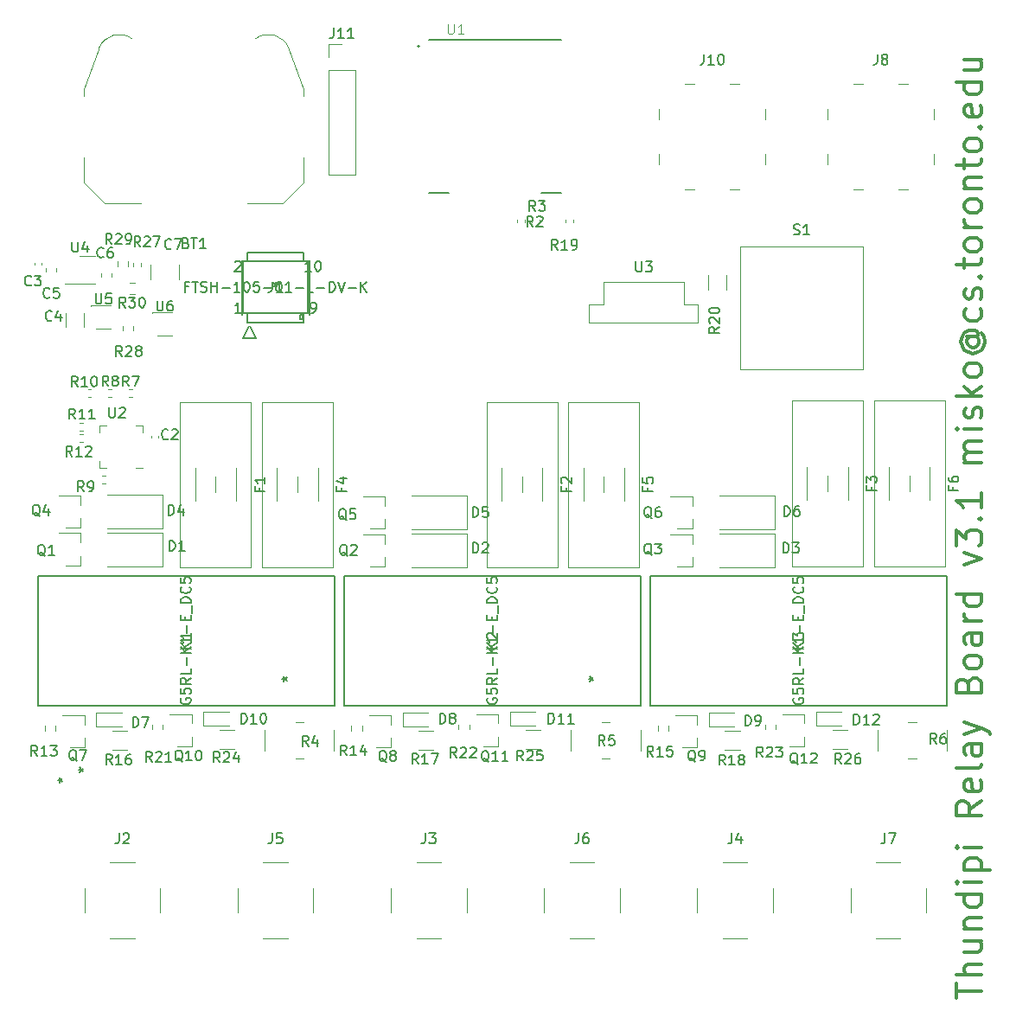
<source format=gbr>
%TF.GenerationSoftware,KiCad,Pcbnew,(5.1.9-0-10_14)*%
%TF.CreationDate,2021-05-26T20:10:19-07:00*%
%TF.ProjectId,tp_radio_board,74705f72-6164-4696-9f5f-626f6172642e,rev?*%
%TF.SameCoordinates,Original*%
%TF.FileFunction,Legend,Top*%
%TF.FilePolarity,Positive*%
%FSLAX46Y46*%
G04 Gerber Fmt 4.6, Leading zero omitted, Abs format (unit mm)*
G04 Created by KiCad (PCBNEW (5.1.9-0-10_14)) date 2021-05-26 20:10:19*
%MOMM*%
%LPD*%
G01*
G04 APERTURE LIST*
%ADD10C,0.300000*%
%ADD11C,0.127000*%
%ADD12C,0.200000*%
%ADD13C,0.120000*%
%ADD14C,0.152400*%
%ADD15C,0.015000*%
%ADD16C,0.150000*%
G04 APERTURE END LIST*
D10*
X114630952Y-188583333D02*
X114630952Y-187154761D01*
X117130952Y-187869047D02*
X114630952Y-187869047D01*
X117130952Y-186321428D02*
X114630952Y-186321428D01*
X117130952Y-185250000D02*
X115821428Y-185250000D01*
X115583333Y-185369047D01*
X115464285Y-185607142D01*
X115464285Y-185964285D01*
X115583333Y-186202380D01*
X115702380Y-186321428D01*
X115464285Y-182988095D02*
X117130952Y-182988095D01*
X115464285Y-184059523D02*
X116773809Y-184059523D01*
X117011904Y-183940476D01*
X117130952Y-183702380D01*
X117130952Y-183345238D01*
X117011904Y-183107142D01*
X116892857Y-182988095D01*
X115464285Y-181797619D02*
X117130952Y-181797619D01*
X115702380Y-181797619D02*
X115583333Y-181678571D01*
X115464285Y-181440476D01*
X115464285Y-181083333D01*
X115583333Y-180845238D01*
X115821428Y-180726190D01*
X117130952Y-180726190D01*
X117130952Y-178464285D02*
X114630952Y-178464285D01*
X117011904Y-178464285D02*
X117130952Y-178702380D01*
X117130952Y-179178571D01*
X117011904Y-179416666D01*
X116892857Y-179535714D01*
X116654761Y-179654761D01*
X115940476Y-179654761D01*
X115702380Y-179535714D01*
X115583333Y-179416666D01*
X115464285Y-179178571D01*
X115464285Y-178702380D01*
X115583333Y-178464285D01*
X117130952Y-177273809D02*
X115464285Y-177273809D01*
X114630952Y-177273809D02*
X114750000Y-177392857D01*
X114869047Y-177273809D01*
X114750000Y-177154761D01*
X114630952Y-177273809D01*
X114869047Y-177273809D01*
X115464285Y-176083333D02*
X117964285Y-176083333D01*
X115583333Y-176083333D02*
X115464285Y-175845238D01*
X115464285Y-175369047D01*
X115583333Y-175130952D01*
X115702380Y-175011904D01*
X115940476Y-174892857D01*
X116654761Y-174892857D01*
X116892857Y-175011904D01*
X117011904Y-175130952D01*
X117130952Y-175369047D01*
X117130952Y-175845238D01*
X117011904Y-176083333D01*
X117130952Y-173821428D02*
X115464285Y-173821428D01*
X114630952Y-173821428D02*
X114750000Y-173940476D01*
X114869047Y-173821428D01*
X114750000Y-173702380D01*
X114630952Y-173821428D01*
X114869047Y-173821428D01*
X117130952Y-169297619D02*
X115940476Y-170130952D01*
X117130952Y-170726190D02*
X114630952Y-170726190D01*
X114630952Y-169773809D01*
X114750000Y-169535714D01*
X114869047Y-169416666D01*
X115107142Y-169297619D01*
X115464285Y-169297619D01*
X115702380Y-169416666D01*
X115821428Y-169535714D01*
X115940476Y-169773809D01*
X115940476Y-170726190D01*
X117011904Y-167273809D02*
X117130952Y-167511904D01*
X117130952Y-167988095D01*
X117011904Y-168226190D01*
X116773809Y-168345238D01*
X115821428Y-168345238D01*
X115583333Y-168226190D01*
X115464285Y-167988095D01*
X115464285Y-167511904D01*
X115583333Y-167273809D01*
X115821428Y-167154761D01*
X116059523Y-167154761D01*
X116297619Y-168345238D01*
X117130952Y-165726190D02*
X117011904Y-165964285D01*
X116773809Y-166083333D01*
X114630952Y-166083333D01*
X117130952Y-163702380D02*
X115821428Y-163702380D01*
X115583333Y-163821428D01*
X115464285Y-164059523D01*
X115464285Y-164535714D01*
X115583333Y-164773809D01*
X117011904Y-163702380D02*
X117130952Y-163940476D01*
X117130952Y-164535714D01*
X117011904Y-164773809D01*
X116773809Y-164892857D01*
X116535714Y-164892857D01*
X116297619Y-164773809D01*
X116178571Y-164535714D01*
X116178571Y-163940476D01*
X116059523Y-163702380D01*
X115464285Y-162750000D02*
X117130952Y-162154761D01*
X115464285Y-161559523D02*
X117130952Y-162154761D01*
X117726190Y-162392857D01*
X117845238Y-162511904D01*
X117964285Y-162750000D01*
X115821428Y-157869047D02*
X115940476Y-157511904D01*
X116059523Y-157392857D01*
X116297619Y-157273809D01*
X116654761Y-157273809D01*
X116892857Y-157392857D01*
X117011904Y-157511904D01*
X117130952Y-157750000D01*
X117130952Y-158702380D01*
X114630952Y-158702380D01*
X114630952Y-157869047D01*
X114750000Y-157630952D01*
X114869047Y-157511904D01*
X115107142Y-157392857D01*
X115345238Y-157392857D01*
X115583333Y-157511904D01*
X115702380Y-157630952D01*
X115821428Y-157869047D01*
X115821428Y-158702380D01*
X117130952Y-155845238D02*
X117011904Y-156083333D01*
X116892857Y-156202380D01*
X116654761Y-156321428D01*
X115940476Y-156321428D01*
X115702380Y-156202380D01*
X115583333Y-156083333D01*
X115464285Y-155845238D01*
X115464285Y-155488095D01*
X115583333Y-155250000D01*
X115702380Y-155130952D01*
X115940476Y-155011904D01*
X116654761Y-155011904D01*
X116892857Y-155130952D01*
X117011904Y-155250000D01*
X117130952Y-155488095D01*
X117130952Y-155845238D01*
X117130952Y-152869047D02*
X115821428Y-152869047D01*
X115583333Y-152988095D01*
X115464285Y-153226190D01*
X115464285Y-153702380D01*
X115583333Y-153940476D01*
X117011904Y-152869047D02*
X117130952Y-153107142D01*
X117130952Y-153702380D01*
X117011904Y-153940476D01*
X116773809Y-154059523D01*
X116535714Y-154059523D01*
X116297619Y-153940476D01*
X116178571Y-153702380D01*
X116178571Y-153107142D01*
X116059523Y-152869047D01*
X117130952Y-151678571D02*
X115464285Y-151678571D01*
X115940476Y-151678571D02*
X115702380Y-151559523D01*
X115583333Y-151440476D01*
X115464285Y-151202380D01*
X115464285Y-150964285D01*
X117130952Y-149059523D02*
X114630952Y-149059523D01*
X117011904Y-149059523D02*
X117130952Y-149297619D01*
X117130952Y-149773809D01*
X117011904Y-150011904D01*
X116892857Y-150130952D01*
X116654761Y-150250000D01*
X115940476Y-150250000D01*
X115702380Y-150130952D01*
X115583333Y-150011904D01*
X115464285Y-149773809D01*
X115464285Y-149297619D01*
X115583333Y-149059523D01*
X115464285Y-146202380D02*
X117130952Y-145607142D01*
X115464285Y-145011904D01*
X114630952Y-144297619D02*
X114630952Y-142750000D01*
X115583333Y-143583333D01*
X115583333Y-143226190D01*
X115702380Y-142988095D01*
X115821428Y-142869047D01*
X116059523Y-142750000D01*
X116654761Y-142750000D01*
X116892857Y-142869047D01*
X117011904Y-142988095D01*
X117130952Y-143226190D01*
X117130952Y-143940476D01*
X117011904Y-144178571D01*
X116892857Y-144297619D01*
X116892857Y-141678571D02*
X117011904Y-141559523D01*
X117130952Y-141678571D01*
X117011904Y-141797619D01*
X116892857Y-141678571D01*
X117130952Y-141678571D01*
X117130952Y-139178571D02*
X117130952Y-140607142D01*
X117130952Y-139892857D02*
X114630952Y-139892857D01*
X114988095Y-140130952D01*
X115226190Y-140369047D01*
X115345238Y-140607142D01*
X117130952Y-136202380D02*
X115464285Y-136202380D01*
X115702380Y-136202380D02*
X115583333Y-136083333D01*
X115464285Y-135845238D01*
X115464285Y-135488095D01*
X115583333Y-135250000D01*
X115821428Y-135130952D01*
X117130952Y-135130952D01*
X115821428Y-135130952D02*
X115583333Y-135011904D01*
X115464285Y-134773809D01*
X115464285Y-134416666D01*
X115583333Y-134178571D01*
X115821428Y-134059523D01*
X117130952Y-134059523D01*
X117130952Y-132869047D02*
X115464285Y-132869047D01*
X114630952Y-132869047D02*
X114750000Y-132988095D01*
X114869047Y-132869047D01*
X114750000Y-132750000D01*
X114630952Y-132869047D01*
X114869047Y-132869047D01*
X117011904Y-131797619D02*
X117130952Y-131559523D01*
X117130952Y-131083333D01*
X117011904Y-130845238D01*
X116773809Y-130726190D01*
X116654761Y-130726190D01*
X116416666Y-130845238D01*
X116297619Y-131083333D01*
X116297619Y-131440476D01*
X116178571Y-131678571D01*
X115940476Y-131797619D01*
X115821428Y-131797619D01*
X115583333Y-131678571D01*
X115464285Y-131440476D01*
X115464285Y-131083333D01*
X115583333Y-130845238D01*
X117130952Y-129654761D02*
X114630952Y-129654761D01*
X116178571Y-129416666D02*
X117130952Y-128702380D01*
X115464285Y-128702380D02*
X116416666Y-129654761D01*
X117130952Y-127273809D02*
X117011904Y-127511904D01*
X116892857Y-127630952D01*
X116654761Y-127750000D01*
X115940476Y-127750000D01*
X115702380Y-127630952D01*
X115583333Y-127511904D01*
X115464285Y-127273809D01*
X115464285Y-126916666D01*
X115583333Y-126678571D01*
X115702380Y-126559523D01*
X115940476Y-126440476D01*
X116654761Y-126440476D01*
X116892857Y-126559523D01*
X117011904Y-126678571D01*
X117130952Y-126916666D01*
X117130952Y-127273809D01*
X115940476Y-123821428D02*
X115821428Y-123940476D01*
X115702380Y-124178571D01*
X115702380Y-124416666D01*
X115821428Y-124654761D01*
X115940476Y-124773809D01*
X116178571Y-124892857D01*
X116416666Y-124892857D01*
X116654761Y-124773809D01*
X116773809Y-124654761D01*
X116892857Y-124416666D01*
X116892857Y-124178571D01*
X116773809Y-123940476D01*
X116654761Y-123821428D01*
X115702380Y-123821428D02*
X116654761Y-123821428D01*
X116773809Y-123702380D01*
X116773809Y-123583333D01*
X116654761Y-123345238D01*
X116416666Y-123226190D01*
X115821428Y-123226190D01*
X115464285Y-123464285D01*
X115226190Y-123821428D01*
X115107142Y-124297619D01*
X115226190Y-124773809D01*
X115464285Y-125130952D01*
X115821428Y-125369047D01*
X116297619Y-125488095D01*
X116773809Y-125369047D01*
X117130952Y-125130952D01*
X117369047Y-124773809D01*
X117488095Y-124297619D01*
X117369047Y-123821428D01*
X117130952Y-123464285D01*
X117011904Y-121083333D02*
X117130952Y-121321428D01*
X117130952Y-121797619D01*
X117011904Y-122035714D01*
X116892857Y-122154761D01*
X116654761Y-122273809D01*
X115940476Y-122273809D01*
X115702380Y-122154761D01*
X115583333Y-122035714D01*
X115464285Y-121797619D01*
X115464285Y-121321428D01*
X115583333Y-121083333D01*
X117011904Y-120130952D02*
X117130952Y-119892857D01*
X117130952Y-119416666D01*
X117011904Y-119178571D01*
X116773809Y-119059523D01*
X116654761Y-119059523D01*
X116416666Y-119178571D01*
X116297619Y-119416666D01*
X116297619Y-119773809D01*
X116178571Y-120011904D01*
X115940476Y-120130952D01*
X115821428Y-120130952D01*
X115583333Y-120011904D01*
X115464285Y-119773809D01*
X115464285Y-119416666D01*
X115583333Y-119178571D01*
X116892857Y-117988095D02*
X117011904Y-117869047D01*
X117130952Y-117988095D01*
X117011904Y-118107142D01*
X116892857Y-117988095D01*
X117130952Y-117988095D01*
X115464285Y-117154761D02*
X115464285Y-116202380D01*
X114630952Y-116797619D02*
X116773809Y-116797619D01*
X117011904Y-116678571D01*
X117130952Y-116440476D01*
X117130952Y-116202380D01*
X117130952Y-115011904D02*
X117011904Y-115250000D01*
X116892857Y-115369047D01*
X116654761Y-115488095D01*
X115940476Y-115488095D01*
X115702380Y-115369047D01*
X115583333Y-115250000D01*
X115464285Y-115011904D01*
X115464285Y-114654761D01*
X115583333Y-114416666D01*
X115702380Y-114297619D01*
X115940476Y-114178571D01*
X116654761Y-114178571D01*
X116892857Y-114297619D01*
X117011904Y-114416666D01*
X117130952Y-114654761D01*
X117130952Y-115011904D01*
X117130952Y-113107142D02*
X115464285Y-113107142D01*
X115940476Y-113107142D02*
X115702380Y-112988095D01*
X115583333Y-112869047D01*
X115464285Y-112630952D01*
X115464285Y-112392857D01*
X117130952Y-111202380D02*
X117011904Y-111440476D01*
X116892857Y-111559523D01*
X116654761Y-111678571D01*
X115940476Y-111678571D01*
X115702380Y-111559523D01*
X115583333Y-111440476D01*
X115464285Y-111202380D01*
X115464285Y-110845238D01*
X115583333Y-110607142D01*
X115702380Y-110488095D01*
X115940476Y-110369047D01*
X116654761Y-110369047D01*
X116892857Y-110488095D01*
X117011904Y-110607142D01*
X117130952Y-110845238D01*
X117130952Y-111202380D01*
X115464285Y-109297619D02*
X117130952Y-109297619D01*
X115702380Y-109297619D02*
X115583333Y-109178571D01*
X115464285Y-108940476D01*
X115464285Y-108583333D01*
X115583333Y-108345238D01*
X115821428Y-108226190D01*
X117130952Y-108226190D01*
X115464285Y-107392857D02*
X115464285Y-106440476D01*
X114630952Y-107035714D02*
X116773809Y-107035714D01*
X117011904Y-106916666D01*
X117130952Y-106678571D01*
X117130952Y-106440476D01*
X117130952Y-105250000D02*
X117011904Y-105488095D01*
X116892857Y-105607142D01*
X116654761Y-105726190D01*
X115940476Y-105726190D01*
X115702380Y-105607142D01*
X115583333Y-105488095D01*
X115464285Y-105250000D01*
X115464285Y-104892857D01*
X115583333Y-104654761D01*
X115702380Y-104535714D01*
X115940476Y-104416666D01*
X116654761Y-104416666D01*
X116892857Y-104535714D01*
X117011904Y-104654761D01*
X117130952Y-104892857D01*
X117130952Y-105250000D01*
X116892857Y-103345238D02*
X117011904Y-103226190D01*
X117130952Y-103345238D01*
X117011904Y-103464285D01*
X116892857Y-103345238D01*
X117130952Y-103345238D01*
X117011904Y-101202380D02*
X117130952Y-101440476D01*
X117130952Y-101916666D01*
X117011904Y-102154761D01*
X116773809Y-102273809D01*
X115821428Y-102273809D01*
X115583333Y-102154761D01*
X115464285Y-101916666D01*
X115464285Y-101440476D01*
X115583333Y-101202380D01*
X115821428Y-101083333D01*
X116059523Y-101083333D01*
X116297619Y-102273809D01*
X117130952Y-98940476D02*
X114630952Y-98940476D01*
X117011904Y-98940476D02*
X117130952Y-99178571D01*
X117130952Y-99654761D01*
X117011904Y-99892857D01*
X116892857Y-100011904D01*
X116654761Y-100130952D01*
X115940476Y-100130952D01*
X115702380Y-100011904D01*
X115583333Y-99892857D01*
X115464285Y-99654761D01*
X115464285Y-99178571D01*
X115583333Y-98940476D01*
X115464285Y-96678571D02*
X117130952Y-96678571D01*
X115464285Y-97750000D02*
X116773809Y-97750000D01*
X117011904Y-97630952D01*
X117130952Y-97392857D01*
X117130952Y-97035714D01*
X117011904Y-96797619D01*
X116892857Y-96678571D01*
D11*
%TO.C,U1*%
X63050000Y-94750000D02*
X75950000Y-94750000D01*
D12*
X62100000Y-95400000D02*
G75*
G03*
X62100000Y-95400000I-100000J0D01*
G01*
D11*
X63050000Y-109750000D02*
X65000000Y-109750000D01*
X75950000Y-109750000D02*
X74000000Y-109750000D01*
D13*
%TO.C,J11*%
X53170000Y-107990000D02*
X55830000Y-107990000D01*
X53170000Y-97770000D02*
X53170000Y-107990000D01*
X55830000Y-97770000D02*
X55830000Y-107990000D01*
X53170000Y-97770000D02*
X55830000Y-97770000D01*
X53170000Y-96500000D02*
X53170000Y-95170000D01*
X53170000Y-95170000D02*
X54500000Y-95170000D01*
D14*
%TO.C,J1*%
X51175000Y-121540000D02*
X44825000Y-121540000D01*
X51175000Y-116460000D02*
X51175000Y-121540000D01*
X44825000Y-116460000D02*
X51175000Y-116460000D01*
X44825000Y-121540000D02*
X44825000Y-116460000D01*
X45256800Y-121540000D02*
X44825000Y-121540000D01*
X45256800Y-122429000D02*
X45256800Y-121540000D01*
X50743200Y-122429000D02*
X45256800Y-122429000D01*
X50743200Y-121540000D02*
X50743200Y-122429000D01*
X51175000Y-121540000D02*
X50743200Y-121540000D01*
X50743200Y-116460000D02*
X51175000Y-116460000D01*
X50743200Y-115571000D02*
X50743200Y-116460000D01*
X45256800Y-115571000D02*
X50743200Y-115571000D01*
X45256800Y-116460000D02*
X45256800Y-115571000D01*
X44825000Y-116460000D02*
X45256800Y-116460000D01*
X50667000Y-121730500D02*
X50413000Y-121730500D01*
X50667000Y-122111500D02*
X50667000Y-121730500D01*
X50413000Y-122111500D02*
X50667000Y-122111500D01*
X50413000Y-121730500D02*
X50413000Y-122111500D01*
X44698000Y-116333000D02*
X44698000Y-121667000D01*
X51302000Y-121667000D02*
X51302000Y-116333000D01*
X44825000Y-123955540D02*
X45421900Y-122761740D01*
X46095000Y-123955540D02*
X44825000Y-123955540D01*
X45498100Y-122761740D02*
X46095000Y-123955540D01*
%TO.C,K2*%
X83767001Y-159977000D02*
X83767001Y-147223000D01*
X83767001Y-147223000D02*
X54713007Y-147223000D01*
X54713007Y-147223000D02*
X54713007Y-159977000D01*
X54713007Y-159977000D02*
X83767001Y-159977000D01*
%TO.C,K3*%
X84713007Y-159977000D02*
X113767001Y-159977000D01*
X84713007Y-147223000D02*
X84713007Y-159977000D01*
X113767001Y-147223000D02*
X84713007Y-147223000D01*
X113767001Y-159977000D02*
X113767001Y-147223000D01*
%TO.C,K1*%
X24713007Y-159977000D02*
X53767001Y-159977000D01*
X24713007Y-147223000D02*
X24713007Y-159977000D01*
X53767001Y-147223000D02*
X24713007Y-147223000D01*
X53767001Y-159977000D02*
X53767001Y-147223000D01*
D13*
%TO.C,D12*%
X103440000Y-160565000D02*
X100955000Y-160565000D01*
X100955000Y-160565000D02*
X100955000Y-161935000D01*
X100955000Y-161935000D02*
X103440000Y-161935000D01*
%TO.C,D11*%
X73440000Y-160565000D02*
X70955000Y-160565000D01*
X70955000Y-160565000D02*
X70955000Y-161935000D01*
X70955000Y-161935000D02*
X73440000Y-161935000D01*
%TO.C,D10*%
X43440000Y-160565000D02*
X40955000Y-160565000D01*
X40955000Y-160565000D02*
X40955000Y-161935000D01*
X40955000Y-161935000D02*
X43440000Y-161935000D01*
%TO.C,R24*%
X43967064Y-164160000D02*
X42512936Y-164160000D01*
X43967064Y-162340000D02*
X42512936Y-162340000D01*
%TO.C,R26*%
X103967064Y-164160000D02*
X102512936Y-164160000D01*
X103967064Y-162340000D02*
X102512936Y-162340000D01*
%TO.C,R25*%
X73967064Y-164160000D02*
X72512936Y-164160000D01*
X73967064Y-162340000D02*
X72512936Y-162340000D01*
%TO.C,R21*%
X35917500Y-162287258D02*
X35917500Y-161812742D01*
X36962500Y-162287258D02*
X36962500Y-161812742D01*
%TO.C,R23*%
X95917500Y-162287258D02*
X95917500Y-161812742D01*
X96962500Y-162287258D02*
X96962500Y-161812742D01*
%TO.C,R22*%
X65917500Y-162287258D02*
X65917500Y-161812742D01*
X66962500Y-162287258D02*
X66962500Y-161812742D01*
%TO.C,R16*%
X33467064Y-164260000D02*
X32012936Y-164260000D01*
X33467064Y-162440000D02*
X32012936Y-162440000D01*
%TO.C,R18*%
X93467064Y-164260000D02*
X92012936Y-164260000D01*
X93467064Y-162440000D02*
X92012936Y-162440000D01*
%TO.C,R17*%
X63467064Y-164260000D02*
X62012936Y-164260000D01*
X63467064Y-162440000D02*
X62012936Y-162440000D01*
%TO.C,R13*%
X25417500Y-162387258D02*
X25417500Y-161912742D01*
X26462500Y-162387258D02*
X26462500Y-161912742D01*
%TO.C,R15*%
X85417500Y-162387258D02*
X85417500Y-161912742D01*
X86462500Y-162387258D02*
X86462500Y-161912742D01*
%TO.C,R14*%
X55417500Y-162387258D02*
X55417500Y-161912742D01*
X56462500Y-162387258D02*
X56462500Y-161912742D01*
%TO.C,Q10*%
X39800000Y-163930000D02*
X39800000Y-163000000D01*
X39800000Y-160770000D02*
X39800000Y-161700000D01*
X39800000Y-160770000D02*
X37640000Y-160770000D01*
X39800000Y-163930000D02*
X38340000Y-163930000D01*
%TO.C,Q12*%
X99800000Y-163930000D02*
X99800000Y-163000000D01*
X99800000Y-160770000D02*
X99800000Y-161700000D01*
X99800000Y-160770000D02*
X97640000Y-160770000D01*
X99800000Y-163930000D02*
X98340000Y-163930000D01*
%TO.C,Q11*%
X69800000Y-163930000D02*
X69800000Y-163000000D01*
X69800000Y-160770000D02*
X69800000Y-161700000D01*
X69800000Y-160770000D02*
X67640000Y-160770000D01*
X69800000Y-163930000D02*
X68340000Y-163930000D01*
%TO.C,Q7*%
X29300000Y-164030000D02*
X29300000Y-163100000D01*
X29300000Y-160870000D02*
X29300000Y-161800000D01*
X29300000Y-160870000D02*
X27140000Y-160870000D01*
X29300000Y-164030000D02*
X27840000Y-164030000D01*
%TO.C,Q9*%
X89300000Y-164030000D02*
X89300000Y-163100000D01*
X89300000Y-160870000D02*
X89300000Y-161800000D01*
X89300000Y-160870000D02*
X87140000Y-160870000D01*
X89300000Y-164030000D02*
X87840000Y-164030000D01*
%TO.C,Q8*%
X59300000Y-164030000D02*
X59300000Y-163100000D01*
X59300000Y-160870000D02*
X59300000Y-161800000D01*
X59300000Y-160870000D02*
X57140000Y-160870000D01*
X59300000Y-164030000D02*
X57840000Y-164030000D01*
%TO.C,D7*%
X32940000Y-160665000D02*
X30455000Y-160665000D01*
X30455000Y-160665000D02*
X30455000Y-162035000D01*
X30455000Y-162035000D02*
X32940000Y-162035000D01*
%TO.C,D9*%
X92940000Y-160665000D02*
X90455000Y-160665000D01*
X90455000Y-160665000D02*
X90455000Y-162035000D01*
X90455000Y-162035000D02*
X92940000Y-162035000D01*
%TO.C,D8*%
X62940000Y-160665000D02*
X60455000Y-160665000D01*
X60455000Y-160665000D02*
X60455000Y-162035000D01*
X60455000Y-162035000D02*
X62940000Y-162035000D01*
%TO.C,J10*%
X88050000Y-99050000D02*
X89050000Y-99050000D01*
X92450000Y-99050000D02*
X93450000Y-99050000D01*
X95950000Y-102550000D02*
X95950000Y-101550000D01*
X95950000Y-106950000D02*
X95950000Y-105950000D01*
X92450000Y-109450000D02*
X93450000Y-109450000D01*
X88050000Y-109450000D02*
X89050000Y-109450000D01*
X85550000Y-105950000D02*
X85550000Y-106950000D01*
X85550000Y-101550000D02*
X85550000Y-102550000D01*
%TO.C,J8*%
X104550000Y-99050000D02*
X105550000Y-99050000D01*
X108950000Y-99050000D02*
X109950000Y-99050000D01*
X112450000Y-102550000D02*
X112450000Y-101550000D01*
X112450000Y-106950000D02*
X112450000Y-105950000D01*
X108950000Y-109450000D02*
X109950000Y-109450000D01*
X104550000Y-109450000D02*
X105550000Y-109450000D01*
X102050000Y-105950000D02*
X102050000Y-106950000D01*
X102050000Y-101550000D02*
X102050000Y-102550000D01*
%TO.C,J7*%
X106800000Y-175300000D02*
X109200000Y-175300000D01*
X104300000Y-180200000D02*
X104300000Y-177800000D01*
X109200000Y-182700000D02*
X106800000Y-182700000D01*
X111700000Y-177800000D02*
X111700000Y-180200000D01*
%TO.C,J6*%
X76800000Y-175300000D02*
X79200000Y-175300000D01*
X74300000Y-180200000D02*
X74300000Y-177800000D01*
X79200000Y-182700000D02*
X76800000Y-182700000D01*
X81700000Y-177800000D02*
X81700000Y-180200000D01*
%TO.C,J5*%
X46800000Y-175300000D02*
X49200000Y-175300000D01*
X44300000Y-180200000D02*
X44300000Y-177800000D01*
X49200000Y-182700000D02*
X46800000Y-182700000D01*
X51700000Y-177800000D02*
X51700000Y-180200000D01*
%TO.C,J4*%
X91800000Y-175300000D02*
X94200000Y-175300000D01*
X89300000Y-180200000D02*
X89300000Y-177800000D01*
X94200000Y-182700000D02*
X91800000Y-182700000D01*
X96700000Y-177800000D02*
X96700000Y-180200000D01*
%TO.C,J3*%
X61800000Y-175300000D02*
X64200000Y-175300000D01*
X59300000Y-180200000D02*
X59300000Y-177800000D01*
X64200000Y-182700000D02*
X61800000Y-182700000D01*
X66700000Y-177800000D02*
X66700000Y-180200000D01*
%TO.C,J2*%
X31800000Y-175300000D02*
X34200000Y-175300000D01*
X29300000Y-180200000D02*
X29300000Y-177800000D01*
X34200000Y-182700000D02*
X31800000Y-182700000D01*
X36700000Y-177800000D02*
X36700000Y-180200000D01*
%TO.C,R20*%
X90340000Y-119227064D02*
X90340000Y-117772936D01*
X92160000Y-119227064D02*
X92160000Y-117772936D01*
%TO.C,R19*%
X76370000Y-112653641D02*
X76370000Y-112346359D01*
X77130000Y-112653641D02*
X77130000Y-112346359D01*
%TO.C,F6*%
X113520000Y-130110000D02*
X106580000Y-130110000D01*
X106580000Y-130110000D02*
X106580000Y-146310000D01*
X106580000Y-146310000D02*
X113520000Y-146310000D01*
X113520000Y-146310000D02*
X113520000Y-130110000D01*
X110050000Y-137460000D02*
X110050000Y-138960000D01*
X108050000Y-139810000D02*
X108050000Y-136610000D01*
X112050000Y-136610000D02*
X112050000Y-139810000D01*
%TO.C,F5*%
X83610000Y-130210000D02*
X76670000Y-130210000D01*
X76670000Y-130210000D02*
X76670000Y-146410000D01*
X76670000Y-146410000D02*
X83610000Y-146410000D01*
X83610000Y-146410000D02*
X83610000Y-130210000D01*
X80140000Y-137560000D02*
X80140000Y-139060000D01*
X78140000Y-139910000D02*
X78140000Y-136710000D01*
X82140000Y-136710000D02*
X82140000Y-139910000D01*
%TO.C,F4*%
X53610000Y-130210000D02*
X46670000Y-130210000D01*
X46670000Y-130210000D02*
X46670000Y-146410000D01*
X46670000Y-146410000D02*
X53610000Y-146410000D01*
X53610000Y-146410000D02*
X53610000Y-130210000D01*
X50140000Y-137560000D02*
X50140000Y-139060000D01*
X48140000Y-139910000D02*
X48140000Y-136710000D01*
X52140000Y-136710000D02*
X52140000Y-139910000D01*
%TO.C,U6*%
X37900000Y-123750000D02*
X36400000Y-123750000D01*
X35950000Y-121450000D02*
X35950000Y-121550000D01*
X35950000Y-121450000D02*
X37900000Y-121450000D01*
%TO.C,U5*%
X31900000Y-123050000D02*
X30400000Y-123050000D01*
X29950000Y-120750000D02*
X29950000Y-120850000D01*
X29950000Y-120750000D02*
X31900000Y-120750000D01*
%TO.C,U4*%
X27350000Y-118660000D02*
X30350000Y-118660000D01*
X28850000Y-115940000D02*
X30350000Y-115940000D01*
%TO.C,U3*%
X87990000Y-120710000D02*
X89380000Y-120710000D01*
X87990000Y-118470000D02*
X87990000Y-120710000D01*
X80110000Y-118470000D02*
X87990000Y-118470000D01*
X80110000Y-120710000D02*
X80110000Y-118470000D01*
X78710000Y-120710000D02*
X80110000Y-120710000D01*
X78710000Y-120720000D02*
X78710000Y-122490000D01*
X78710000Y-122490000D02*
X89380000Y-122490000D01*
X89380000Y-122490000D02*
X89380000Y-120710000D01*
%TO.C,R30*%
X34187258Y-118577500D02*
X33712742Y-118577500D01*
X34187258Y-119622500D02*
X33712742Y-119622500D01*
%TO.C,R29*%
X32527500Y-116462742D02*
X32527500Y-116937258D01*
X33572500Y-116462742D02*
X33572500Y-116937258D01*
%TO.C,R28*%
X34072500Y-123237258D02*
X34072500Y-122762742D01*
X33027500Y-123237258D02*
X33027500Y-122762742D01*
%TO.C,R27*%
X34070000Y-116646359D02*
X34070000Y-116953641D01*
X34830000Y-116646359D02*
X34830000Y-116953641D01*
%TO.C,R12*%
X28831359Y-134115000D02*
X29138641Y-134115000D01*
X28831359Y-133355000D02*
X29138641Y-133355000D01*
%TO.C,R11*%
X28831359Y-133015000D02*
X29138641Y-133015000D01*
X28831359Y-132255000D02*
X29138641Y-132255000D01*
%TO.C,R10*%
X29641359Y-129765000D02*
X29948641Y-129765000D01*
X29641359Y-129005000D02*
X29948641Y-129005000D01*
%TO.C,R9*%
X31031359Y-138215000D02*
X31338641Y-138215000D01*
X31031359Y-137455000D02*
X31338641Y-137455000D01*
%TO.C,R8*%
X31641359Y-129765000D02*
X31948641Y-129765000D01*
X31641359Y-129005000D02*
X31948641Y-129005000D01*
%TO.C,R7*%
X33641359Y-129765000D02*
X33948641Y-129765000D01*
X33641359Y-129005000D02*
X33948641Y-129005000D01*
%TO.C,R4*%
X53740000Y-162350000D02*
X53740000Y-164350000D01*
X50740000Y-165150000D02*
X49940000Y-165150000D01*
X49940000Y-161550000D02*
X50740000Y-161550000D01*
X46940000Y-162350000D02*
X46940000Y-164350000D01*
%TO.C,R5*%
X83740000Y-162350000D02*
X83740000Y-164350000D01*
X80740000Y-165150000D02*
X79940000Y-165150000D01*
X79940000Y-161550000D02*
X80740000Y-161550000D01*
X76940000Y-162350000D02*
X76940000Y-164350000D01*
%TO.C,R3*%
X73880000Y-112653641D02*
X73880000Y-112346359D01*
X73120000Y-112653641D02*
X73120000Y-112346359D01*
%TO.C,R2*%
X71620000Y-112346359D02*
X71620000Y-112653641D01*
X72380000Y-112346359D02*
X72380000Y-112653641D01*
%TO.C,Q6*%
X88800000Y-142630000D02*
X87340000Y-142630000D01*
X88800000Y-139470000D02*
X86640000Y-139470000D01*
X88800000Y-139470000D02*
X88800000Y-140400000D01*
X88800000Y-142630000D02*
X88800000Y-141700000D01*
%TO.C,Q3*%
X88800000Y-146330000D02*
X87340000Y-146330000D01*
X88800000Y-143170000D02*
X86640000Y-143170000D01*
X88800000Y-143170000D02*
X88800000Y-144100000D01*
X88800000Y-146330000D02*
X88800000Y-145400000D01*
%TO.C,Q4*%
X28900000Y-142530000D02*
X27440000Y-142530000D01*
X28900000Y-139370000D02*
X26740000Y-139370000D01*
X28900000Y-139370000D02*
X28900000Y-140300000D01*
X28900000Y-142530000D02*
X28900000Y-141600000D01*
%TO.C,Q1*%
X28900000Y-146230000D02*
X27440000Y-146230000D01*
X28900000Y-143070000D02*
X26740000Y-143070000D01*
X28900000Y-143070000D02*
X28900000Y-144000000D01*
X28900000Y-146230000D02*
X28900000Y-145300000D01*
%TO.C,F3*%
X104050000Y-136610000D02*
X104050000Y-139810000D01*
X100050000Y-139810000D02*
X100050000Y-136610000D01*
X102050000Y-137460000D02*
X102050000Y-138960000D01*
X105520000Y-146310000D02*
X105520000Y-130110000D01*
X98580000Y-146310000D02*
X105520000Y-146310000D01*
X98580000Y-130110000D02*
X98580000Y-146310000D01*
X105520000Y-130110000D02*
X98580000Y-130110000D01*
%TO.C,F2*%
X74140000Y-136710000D02*
X74140000Y-139910000D01*
X70140000Y-139910000D02*
X70140000Y-136710000D01*
X72140000Y-137560000D02*
X72140000Y-139060000D01*
X75610000Y-146410000D02*
X75610000Y-130210000D01*
X68670000Y-146410000D02*
X75610000Y-146410000D01*
X68670000Y-130210000D02*
X68670000Y-146410000D01*
X75610000Y-130210000D02*
X68670000Y-130210000D01*
%TO.C,F1*%
X44140000Y-136710000D02*
X44140000Y-139910000D01*
X40140000Y-139910000D02*
X40140000Y-136710000D01*
X42140000Y-137560000D02*
X42140000Y-139060000D01*
X45610000Y-146410000D02*
X45610000Y-130210000D01*
X38670000Y-146410000D02*
X45610000Y-146410000D01*
X38670000Y-130210000D02*
X38670000Y-146410000D01*
X45610000Y-130210000D02*
X38670000Y-130210000D01*
%TO.C,D6*%
X96840000Y-142700000D02*
X91440000Y-142700000D01*
X96840000Y-139400000D02*
X91440000Y-139400000D01*
X96840000Y-142700000D02*
X96840000Y-139400000D01*
%TO.C,D3*%
X96840000Y-146400000D02*
X91440000Y-146400000D01*
X96840000Y-143100000D02*
X91440000Y-143100000D01*
X96840000Y-146400000D02*
X96840000Y-143100000D01*
%TO.C,D4*%
X36940000Y-142600000D02*
X31540000Y-142600000D01*
X36940000Y-139300000D02*
X31540000Y-139300000D01*
X36940000Y-142600000D02*
X36940000Y-139300000D01*
%TO.C,D1*%
X36940000Y-146300000D02*
X31540000Y-146300000D01*
X36940000Y-143000000D02*
X31540000Y-143000000D01*
X36940000Y-146300000D02*
X36940000Y-143000000D01*
%TO.C,C7*%
X35790000Y-116788748D02*
X35790000Y-118211252D01*
X38510000Y-116788748D02*
X38510000Y-118211252D01*
%TO.C,C6*%
X30940000Y-117659420D02*
X30940000Y-117940580D01*
X31960000Y-117659420D02*
X31960000Y-117940580D01*
%TO.C,C5*%
X25540000Y-117159420D02*
X25540000Y-117440580D01*
X26560000Y-117159420D02*
X26560000Y-117440580D01*
%TO.C,C4*%
X27440000Y-121488748D02*
X27440000Y-122911252D01*
X29260000Y-121488748D02*
X29260000Y-122911252D01*
%TO.C,C3*%
X24390000Y-116592164D02*
X24390000Y-116807836D01*
X25110000Y-116592164D02*
X25110000Y-116807836D01*
%TO.C,C2*%
X36545000Y-133742836D02*
X36545000Y-133527164D01*
X35825000Y-133742836D02*
X35825000Y-133527164D01*
%TO.C,BT1*%
X31300000Y-110790000D02*
X34800000Y-110790000D01*
X29220000Y-100250000D02*
X29220000Y-99620000D01*
X29220000Y-108710000D02*
X29220000Y-106250000D01*
X50780000Y-100250000D02*
X50780000Y-99620000D01*
X50780000Y-108710000D02*
X50780000Y-106250000D01*
X29220000Y-99620000D02*
X30660000Y-95670000D01*
X31300000Y-110790000D02*
X29220000Y-108710000D01*
X45200000Y-110790000D02*
X48700000Y-110790000D01*
X48700000Y-110790000D02*
X50780000Y-108710000D01*
X50780000Y-99620000D02*
X49340000Y-95670000D01*
X30674756Y-95661831D02*
G75*
G02*
X34000000Y-94700000I2015244J-738169D01*
G01*
X46003354Y-94683470D02*
G75*
G02*
X49340000Y-95670000I1306646J-1716530D01*
G01*
%TO.C,U2*%
X31475000Y-136715000D02*
X30775000Y-136715000D01*
X30775000Y-136715000D02*
X30775000Y-136015000D01*
X34295000Y-132495000D02*
X34995000Y-132495000D01*
X34995000Y-132495000D02*
X34995000Y-133195000D01*
X31475000Y-132495000D02*
X30775000Y-132495000D01*
X30775000Y-132495000D02*
X30775000Y-133195000D01*
X34295000Y-136715000D02*
X34995000Y-136715000D01*
%TO.C,S1*%
X93500000Y-115000000D02*
X93500000Y-127000000D01*
X105500000Y-115000000D02*
X105500000Y-127000000D01*
X93500000Y-127000000D02*
X105500000Y-127000000D01*
X93500000Y-115000000D02*
X105500000Y-115000000D01*
%TO.C,R6*%
X106940000Y-162350000D02*
X106940000Y-164350000D01*
X109940000Y-161550000D02*
X110740000Y-161550000D01*
X110740000Y-165150000D02*
X109940000Y-165150000D01*
X113740000Y-162350000D02*
X113740000Y-164350000D01*
%TO.C,Q5*%
X58700000Y-142630000D02*
X58700000Y-141700000D01*
X58700000Y-139470000D02*
X58700000Y-140400000D01*
X58700000Y-139470000D02*
X56540000Y-139470000D01*
X58700000Y-142630000D02*
X57240000Y-142630000D01*
%TO.C,Q2*%
X58700000Y-146330000D02*
X58700000Y-145400000D01*
X58700000Y-143170000D02*
X58700000Y-144100000D01*
X58700000Y-143170000D02*
X56540000Y-143170000D01*
X58700000Y-146330000D02*
X57240000Y-146330000D01*
%TO.C,D5*%
X66740000Y-142700000D02*
X66740000Y-139400000D01*
X66740000Y-139400000D02*
X61340000Y-139400000D01*
X66740000Y-142700000D02*
X61340000Y-142700000D01*
%TO.C,D2*%
X66740000Y-146400000D02*
X66740000Y-143100000D01*
X66740000Y-143100000D02*
X61340000Y-143100000D01*
X66740000Y-146400000D02*
X61340000Y-146400000D01*
%TO.C,U1*%
D15*
X64863095Y-93217380D02*
X64863095Y-94026904D01*
X64910714Y-94122142D01*
X64958333Y-94169761D01*
X65053571Y-94217380D01*
X65244047Y-94217380D01*
X65339285Y-94169761D01*
X65386904Y-94122142D01*
X65434523Y-94026904D01*
X65434523Y-93217380D01*
X66434523Y-94217380D02*
X65863095Y-94217380D01*
X66148809Y-94217380D02*
X66148809Y-93217380D01*
X66053571Y-93360238D01*
X65958333Y-93455476D01*
X65863095Y-93503095D01*
%TO.C,J11*%
D16*
X53690476Y-93622380D02*
X53690476Y-94336666D01*
X53642857Y-94479523D01*
X53547619Y-94574761D01*
X53404761Y-94622380D01*
X53309523Y-94622380D01*
X54690476Y-94622380D02*
X54119047Y-94622380D01*
X54404761Y-94622380D02*
X54404761Y-93622380D01*
X54309523Y-93765238D01*
X54214285Y-93860476D01*
X54119047Y-93908095D01*
X55642857Y-94622380D02*
X55071428Y-94622380D01*
X55357142Y-94622380D02*
X55357142Y-93622380D01*
X55261904Y-93765238D01*
X55166666Y-93860476D01*
X55071428Y-93908095D01*
%TO.C,J1*%
X47666666Y-118452380D02*
X47666666Y-119166666D01*
X47619047Y-119309523D01*
X47523809Y-119404761D01*
X47380952Y-119452380D01*
X47285714Y-119452380D01*
X48666666Y-119452380D02*
X48095238Y-119452380D01*
X48380952Y-119452380D02*
X48380952Y-118452380D01*
X48285714Y-118595238D01*
X48190476Y-118690476D01*
X48095238Y-118738095D01*
X39452380Y-118928571D02*
X39119047Y-118928571D01*
X39119047Y-119452380D02*
X39119047Y-118452380D01*
X39595238Y-118452380D01*
X39833333Y-118452380D02*
X40404761Y-118452380D01*
X40119047Y-119452380D02*
X40119047Y-118452380D01*
X40690476Y-119404761D02*
X40833333Y-119452380D01*
X41071428Y-119452380D01*
X41166666Y-119404761D01*
X41214285Y-119357142D01*
X41261904Y-119261904D01*
X41261904Y-119166666D01*
X41214285Y-119071428D01*
X41166666Y-119023809D01*
X41071428Y-118976190D01*
X40880952Y-118928571D01*
X40785714Y-118880952D01*
X40738095Y-118833333D01*
X40690476Y-118738095D01*
X40690476Y-118642857D01*
X40738095Y-118547619D01*
X40785714Y-118500000D01*
X40880952Y-118452380D01*
X41119047Y-118452380D01*
X41261904Y-118500000D01*
X41690476Y-119452380D02*
X41690476Y-118452380D01*
X41690476Y-118928571D02*
X42261904Y-118928571D01*
X42261904Y-119452380D02*
X42261904Y-118452380D01*
X42738095Y-119071428D02*
X43500000Y-119071428D01*
X44500000Y-119452380D02*
X43928571Y-119452380D01*
X44214285Y-119452380D02*
X44214285Y-118452380D01*
X44119047Y-118595238D01*
X44023809Y-118690476D01*
X43928571Y-118738095D01*
X45119047Y-118452380D02*
X45214285Y-118452380D01*
X45309523Y-118500000D01*
X45357142Y-118547619D01*
X45404761Y-118642857D01*
X45452380Y-118833333D01*
X45452380Y-119071428D01*
X45404761Y-119261904D01*
X45357142Y-119357142D01*
X45309523Y-119404761D01*
X45214285Y-119452380D01*
X45119047Y-119452380D01*
X45023809Y-119404761D01*
X44976190Y-119357142D01*
X44928571Y-119261904D01*
X44880952Y-119071428D01*
X44880952Y-118833333D01*
X44928571Y-118642857D01*
X44976190Y-118547619D01*
X45023809Y-118500000D01*
X45119047Y-118452380D01*
X46357142Y-118452380D02*
X45880952Y-118452380D01*
X45833333Y-118928571D01*
X45880952Y-118880952D01*
X45976190Y-118833333D01*
X46214285Y-118833333D01*
X46309523Y-118880952D01*
X46357142Y-118928571D01*
X46404761Y-119023809D01*
X46404761Y-119261904D01*
X46357142Y-119357142D01*
X46309523Y-119404761D01*
X46214285Y-119452380D01*
X45976190Y-119452380D01*
X45880952Y-119404761D01*
X45833333Y-119357142D01*
X46833333Y-119071428D02*
X47595238Y-119071428D01*
X48261904Y-118452380D02*
X48357142Y-118452380D01*
X48452380Y-118500000D01*
X48500000Y-118547619D01*
X48547619Y-118642857D01*
X48595238Y-118833333D01*
X48595238Y-119071428D01*
X48547619Y-119261904D01*
X48500000Y-119357142D01*
X48452380Y-119404761D01*
X48357142Y-119452380D01*
X48261904Y-119452380D01*
X48166666Y-119404761D01*
X48119047Y-119357142D01*
X48071428Y-119261904D01*
X48023809Y-119071428D01*
X48023809Y-118833333D01*
X48071428Y-118642857D01*
X48119047Y-118547619D01*
X48166666Y-118500000D01*
X48261904Y-118452380D01*
X49547619Y-119452380D02*
X48976190Y-119452380D01*
X49261904Y-119452380D02*
X49261904Y-118452380D01*
X49166666Y-118595238D01*
X49071428Y-118690476D01*
X48976190Y-118738095D01*
X49976190Y-119071428D02*
X50738095Y-119071428D01*
X51690476Y-119452380D02*
X51214285Y-119452380D01*
X51214285Y-118452380D01*
X52023809Y-119071428D02*
X52785714Y-119071428D01*
X53261904Y-119452380D02*
X53261904Y-118452380D01*
X53500000Y-118452380D01*
X53642857Y-118500000D01*
X53738095Y-118595238D01*
X53785714Y-118690476D01*
X53833333Y-118880952D01*
X53833333Y-119023809D01*
X53785714Y-119214285D01*
X53738095Y-119309523D01*
X53642857Y-119404761D01*
X53500000Y-119452380D01*
X53261904Y-119452380D01*
X54119047Y-118452380D02*
X54452380Y-119452380D01*
X54785714Y-118452380D01*
X55119047Y-119071428D02*
X55880952Y-119071428D01*
X56357142Y-119452380D02*
X56357142Y-118452380D01*
X56928571Y-119452380D02*
X56500000Y-118880952D01*
X56928571Y-118452380D02*
X56357142Y-119023809D01*
X48000000Y-118452380D02*
X48000000Y-118690476D01*
X47761904Y-118595238D02*
X48000000Y-118690476D01*
X48238095Y-118595238D01*
X47857142Y-118880952D02*
X48000000Y-118690476D01*
X48142857Y-118880952D01*
X44031285Y-116515619D02*
X44078904Y-116468000D01*
X44174142Y-116420380D01*
X44412238Y-116420380D01*
X44507476Y-116468000D01*
X44555095Y-116515619D01*
X44602714Y-116610857D01*
X44602714Y-116706095D01*
X44555095Y-116848952D01*
X43983666Y-117420380D01*
X44602714Y-117420380D01*
X44602714Y-121484380D02*
X44031285Y-121484380D01*
X44317000Y-121484380D02*
X44317000Y-120484380D01*
X44221761Y-120627238D01*
X44126523Y-120722476D01*
X44031285Y-120770095D01*
X51492523Y-117420380D02*
X50921095Y-117420380D01*
X51206809Y-117420380D02*
X51206809Y-116420380D01*
X51111571Y-116563238D01*
X51016333Y-116658476D01*
X50921095Y-116706095D01*
X52111571Y-116420380D02*
X52206809Y-116420380D01*
X52302047Y-116468000D01*
X52349666Y-116515619D01*
X52397285Y-116610857D01*
X52444904Y-116801333D01*
X52444904Y-117039428D01*
X52397285Y-117229904D01*
X52349666Y-117325142D01*
X52302047Y-117372761D01*
X52206809Y-117420380D01*
X52111571Y-117420380D01*
X52016333Y-117372761D01*
X51968714Y-117325142D01*
X51921095Y-117229904D01*
X51873476Y-117039428D01*
X51873476Y-116801333D01*
X51921095Y-116610857D01*
X51968714Y-116515619D01*
X52016333Y-116468000D01*
X52111571Y-116420380D01*
X51492523Y-121484380D02*
X51683000Y-121484380D01*
X51778238Y-121436761D01*
X51825857Y-121389142D01*
X51921095Y-121246285D01*
X51968714Y-121055809D01*
X51968714Y-120674857D01*
X51921095Y-120579619D01*
X51873476Y-120532000D01*
X51778238Y-120484380D01*
X51587761Y-120484380D01*
X51492523Y-120532000D01*
X51444904Y-120579619D01*
X51397285Y-120674857D01*
X51397285Y-120912952D01*
X51444904Y-121008190D01*
X51492523Y-121055809D01*
X51587761Y-121103428D01*
X51778238Y-121103428D01*
X51873476Y-121055809D01*
X51921095Y-121008190D01*
X51968714Y-120912952D01*
%TO.C,K2*%
X69692384Y-154338095D02*
X68692384Y-154338095D01*
X69692384Y-153766666D02*
X69120956Y-154195238D01*
X68692384Y-153766666D02*
X69263813Y-154338095D01*
X68787623Y-153385714D02*
X68740004Y-153338095D01*
X68692384Y-153242857D01*
X68692384Y-153004761D01*
X68740004Y-152909523D01*
X68787623Y-152861904D01*
X68882861Y-152814285D01*
X68978099Y-152814285D01*
X69120956Y-152861904D01*
X69692384Y-153433333D01*
X69692384Y-152814285D01*
X68740004Y-159242857D02*
X68692384Y-159338095D01*
X68692384Y-159480952D01*
X68740004Y-159623809D01*
X68835242Y-159719047D01*
X68930480Y-159766666D01*
X69120956Y-159814285D01*
X69263813Y-159814285D01*
X69454289Y-159766666D01*
X69549527Y-159719047D01*
X69644765Y-159623809D01*
X69692384Y-159480952D01*
X69692384Y-159385714D01*
X69644765Y-159242857D01*
X69597146Y-159195238D01*
X69263813Y-159195238D01*
X69263813Y-159385714D01*
X68692384Y-158290476D02*
X68692384Y-158766666D01*
X69168575Y-158814285D01*
X69120956Y-158766666D01*
X69073337Y-158671428D01*
X69073337Y-158433333D01*
X69120956Y-158338095D01*
X69168575Y-158290476D01*
X69263813Y-158242857D01*
X69501908Y-158242857D01*
X69597146Y-158290476D01*
X69644765Y-158338095D01*
X69692384Y-158433333D01*
X69692384Y-158671428D01*
X69644765Y-158766666D01*
X69597146Y-158814285D01*
X69692384Y-157242857D02*
X69216194Y-157576190D01*
X69692384Y-157814285D02*
X68692384Y-157814285D01*
X68692384Y-157433333D01*
X68740004Y-157338095D01*
X68787623Y-157290476D01*
X68882861Y-157242857D01*
X69025718Y-157242857D01*
X69120956Y-157290476D01*
X69168575Y-157338095D01*
X69216194Y-157433333D01*
X69216194Y-157814285D01*
X69692384Y-156338095D02*
X69692384Y-156814285D01*
X68692384Y-156814285D01*
X69311432Y-156004761D02*
X69311432Y-155242857D01*
X69692384Y-154766666D02*
X68692384Y-154766666D01*
X69692384Y-154195238D02*
X69120956Y-154623809D01*
X68692384Y-154195238D02*
X69263813Y-154766666D01*
X69692384Y-153242857D02*
X69692384Y-153814285D01*
X69692384Y-153528571D02*
X68692384Y-153528571D01*
X68835242Y-153623809D01*
X68930480Y-153719047D01*
X68978099Y-153814285D01*
X69311432Y-152814285D02*
X69311432Y-152052380D01*
X69168575Y-151576190D02*
X69168575Y-151242857D01*
X69692384Y-151100000D02*
X69692384Y-151576190D01*
X68692384Y-151576190D01*
X68692384Y-151100000D01*
X69787623Y-150909523D02*
X69787623Y-150147619D01*
X69692384Y-149909523D02*
X68692384Y-149909523D01*
X68692384Y-149671428D01*
X68740004Y-149528571D01*
X68835242Y-149433333D01*
X68930480Y-149385714D01*
X69120956Y-149338095D01*
X69263813Y-149338095D01*
X69454289Y-149385714D01*
X69549527Y-149433333D01*
X69644765Y-149528571D01*
X69692384Y-149671428D01*
X69692384Y-149909523D01*
X69597146Y-148338095D02*
X69644765Y-148385714D01*
X69692384Y-148528571D01*
X69692384Y-148623809D01*
X69644765Y-148766666D01*
X69549527Y-148861904D01*
X69454289Y-148909523D01*
X69263813Y-148957142D01*
X69120956Y-148957142D01*
X68930480Y-148909523D01*
X68835242Y-148861904D01*
X68740004Y-148766666D01*
X68692384Y-148623809D01*
X68692384Y-148528571D01*
X68740004Y-148385714D01*
X68787623Y-148338095D01*
X68692384Y-147433333D02*
X68692384Y-147909523D01*
X69168575Y-147957142D01*
X69120956Y-147909523D01*
X69073337Y-147814285D01*
X69073337Y-147576190D01*
X69120956Y-147480952D01*
X69168575Y-147433333D01*
X69263813Y-147385714D01*
X69501908Y-147385714D01*
X69597146Y-147433333D01*
X69644765Y-147480952D01*
X69692384Y-147576190D01*
X69692384Y-147814285D01*
X69644765Y-147909523D01*
X69597146Y-147957142D01*
X48659053Y-157350000D02*
X48897149Y-157350000D01*
X48801911Y-157588095D02*
X48897149Y-157350000D01*
X48801911Y-157111904D01*
X49087625Y-157492857D02*
X48897149Y-157350000D01*
X49087625Y-157207142D01*
X48659053Y-157350000D02*
X48897149Y-157350000D01*
X48801911Y-157588095D02*
X48897149Y-157350000D01*
X48801911Y-157111904D01*
X49087625Y-157492857D02*
X48897149Y-157350000D01*
X49087625Y-157207142D01*
%TO.C,K3*%
X99692384Y-154338095D02*
X98692384Y-154338095D01*
X99692384Y-153766666D02*
X99120956Y-154195238D01*
X98692384Y-153766666D02*
X99263813Y-154338095D01*
X98692384Y-153433333D02*
X98692384Y-152814285D01*
X99073337Y-153147619D01*
X99073337Y-153004761D01*
X99120956Y-152909523D01*
X99168575Y-152861904D01*
X99263813Y-152814285D01*
X99501908Y-152814285D01*
X99597146Y-152861904D01*
X99644765Y-152909523D01*
X99692384Y-153004761D01*
X99692384Y-153290476D01*
X99644765Y-153385714D01*
X99597146Y-153433333D01*
X98740004Y-159242857D02*
X98692384Y-159338095D01*
X98692384Y-159480952D01*
X98740004Y-159623809D01*
X98835242Y-159719047D01*
X98930480Y-159766666D01*
X99120956Y-159814285D01*
X99263813Y-159814285D01*
X99454289Y-159766666D01*
X99549527Y-159719047D01*
X99644765Y-159623809D01*
X99692384Y-159480952D01*
X99692384Y-159385714D01*
X99644765Y-159242857D01*
X99597146Y-159195238D01*
X99263813Y-159195238D01*
X99263813Y-159385714D01*
X98692384Y-158290476D02*
X98692384Y-158766666D01*
X99168575Y-158814285D01*
X99120956Y-158766666D01*
X99073337Y-158671428D01*
X99073337Y-158433333D01*
X99120956Y-158338095D01*
X99168575Y-158290476D01*
X99263813Y-158242857D01*
X99501908Y-158242857D01*
X99597146Y-158290476D01*
X99644765Y-158338095D01*
X99692384Y-158433333D01*
X99692384Y-158671428D01*
X99644765Y-158766666D01*
X99597146Y-158814285D01*
X99692384Y-157242857D02*
X99216194Y-157576190D01*
X99692384Y-157814285D02*
X98692384Y-157814285D01*
X98692384Y-157433333D01*
X98740004Y-157338095D01*
X98787623Y-157290476D01*
X98882861Y-157242857D01*
X99025718Y-157242857D01*
X99120956Y-157290476D01*
X99168575Y-157338095D01*
X99216194Y-157433333D01*
X99216194Y-157814285D01*
X99692384Y-156338095D02*
X99692384Y-156814285D01*
X98692384Y-156814285D01*
X99311432Y-156004761D02*
X99311432Y-155242857D01*
X99692384Y-154766666D02*
X98692384Y-154766666D01*
X99692384Y-154195238D02*
X99120956Y-154623809D01*
X98692384Y-154195238D02*
X99263813Y-154766666D01*
X99692384Y-153242857D02*
X99692384Y-153814285D01*
X99692384Y-153528571D02*
X98692384Y-153528571D01*
X98835242Y-153623809D01*
X98930480Y-153719047D01*
X98978099Y-153814285D01*
X99311432Y-152814285D02*
X99311432Y-152052380D01*
X99168575Y-151576190D02*
X99168575Y-151242857D01*
X99692384Y-151100000D02*
X99692384Y-151576190D01*
X98692384Y-151576190D01*
X98692384Y-151100000D01*
X99787623Y-150909523D02*
X99787623Y-150147619D01*
X99692384Y-149909523D02*
X98692384Y-149909523D01*
X98692384Y-149671428D01*
X98740004Y-149528571D01*
X98835242Y-149433333D01*
X98930480Y-149385714D01*
X99120956Y-149338095D01*
X99263813Y-149338095D01*
X99454289Y-149385714D01*
X99549527Y-149433333D01*
X99644765Y-149528571D01*
X99692384Y-149671428D01*
X99692384Y-149909523D01*
X99597146Y-148338095D02*
X99644765Y-148385714D01*
X99692384Y-148528571D01*
X99692384Y-148623809D01*
X99644765Y-148766666D01*
X99549527Y-148861904D01*
X99454289Y-148909523D01*
X99263813Y-148957142D01*
X99120956Y-148957142D01*
X98930480Y-148909523D01*
X98835242Y-148861904D01*
X98740004Y-148766666D01*
X98692384Y-148623809D01*
X98692384Y-148528571D01*
X98740004Y-148385714D01*
X98787623Y-148338095D01*
X98692384Y-147433333D02*
X98692384Y-147909523D01*
X99168575Y-147957142D01*
X99120956Y-147909523D01*
X99073337Y-147814285D01*
X99073337Y-147576190D01*
X99120956Y-147480952D01*
X99168575Y-147433333D01*
X99263813Y-147385714D01*
X99501908Y-147385714D01*
X99597146Y-147433333D01*
X99644765Y-147480952D01*
X99692384Y-147576190D01*
X99692384Y-147814285D01*
X99644765Y-147909523D01*
X99597146Y-147957142D01*
X78659053Y-157350000D02*
X78897149Y-157350000D01*
X78801911Y-157588095D02*
X78897149Y-157350000D01*
X78801911Y-157111904D01*
X79087625Y-157492857D02*
X78897149Y-157350000D01*
X79087625Y-157207142D01*
X78659053Y-157350000D02*
X78897149Y-157350000D01*
X78801911Y-157588095D02*
X78897149Y-157350000D01*
X78801911Y-157111904D01*
X79087625Y-157492857D02*
X78897149Y-157350000D01*
X79087625Y-157207142D01*
%TO.C,K1*%
X39692384Y-154338095D02*
X38692384Y-154338095D01*
X39692384Y-153766666D02*
X39120956Y-154195238D01*
X38692384Y-153766666D02*
X39263813Y-154338095D01*
X39692384Y-152814285D02*
X39692384Y-153385714D01*
X39692384Y-153100000D02*
X38692384Y-153100000D01*
X38835242Y-153195238D01*
X38930480Y-153290476D01*
X38978099Y-153385714D01*
X38740004Y-159242857D02*
X38692384Y-159338095D01*
X38692384Y-159480952D01*
X38740004Y-159623809D01*
X38835242Y-159719047D01*
X38930480Y-159766666D01*
X39120956Y-159814285D01*
X39263813Y-159814285D01*
X39454289Y-159766666D01*
X39549527Y-159719047D01*
X39644765Y-159623809D01*
X39692384Y-159480952D01*
X39692384Y-159385714D01*
X39644765Y-159242857D01*
X39597146Y-159195238D01*
X39263813Y-159195238D01*
X39263813Y-159385714D01*
X38692384Y-158290476D02*
X38692384Y-158766666D01*
X39168575Y-158814285D01*
X39120956Y-158766666D01*
X39073337Y-158671428D01*
X39073337Y-158433333D01*
X39120956Y-158338095D01*
X39168575Y-158290476D01*
X39263813Y-158242857D01*
X39501908Y-158242857D01*
X39597146Y-158290476D01*
X39644765Y-158338095D01*
X39692384Y-158433333D01*
X39692384Y-158671428D01*
X39644765Y-158766666D01*
X39597146Y-158814285D01*
X39692384Y-157242857D02*
X39216194Y-157576190D01*
X39692384Y-157814285D02*
X38692384Y-157814285D01*
X38692384Y-157433333D01*
X38740004Y-157338095D01*
X38787623Y-157290476D01*
X38882861Y-157242857D01*
X39025718Y-157242857D01*
X39120956Y-157290476D01*
X39168575Y-157338095D01*
X39216194Y-157433333D01*
X39216194Y-157814285D01*
X39692384Y-156338095D02*
X39692384Y-156814285D01*
X38692384Y-156814285D01*
X39311432Y-156004761D02*
X39311432Y-155242857D01*
X39692384Y-154766666D02*
X38692384Y-154766666D01*
X39692384Y-154195238D02*
X39120956Y-154623809D01*
X38692384Y-154195238D02*
X39263813Y-154766666D01*
X39692384Y-153242857D02*
X39692384Y-153814285D01*
X39692384Y-153528571D02*
X38692384Y-153528571D01*
X38835242Y-153623809D01*
X38930480Y-153719047D01*
X38978099Y-153814285D01*
X39311432Y-152814285D02*
X39311432Y-152052380D01*
X39168575Y-151576190D02*
X39168575Y-151242857D01*
X39692384Y-151100000D02*
X39692384Y-151576190D01*
X38692384Y-151576190D01*
X38692384Y-151100000D01*
X39787623Y-150909523D02*
X39787623Y-150147619D01*
X39692384Y-149909523D02*
X38692384Y-149909523D01*
X38692384Y-149671428D01*
X38740004Y-149528571D01*
X38835242Y-149433333D01*
X38930480Y-149385714D01*
X39120956Y-149338095D01*
X39263813Y-149338095D01*
X39454289Y-149385714D01*
X39549527Y-149433333D01*
X39644765Y-149528571D01*
X39692384Y-149671428D01*
X39692384Y-149909523D01*
X39597146Y-148338095D02*
X39644765Y-148385714D01*
X39692384Y-148528571D01*
X39692384Y-148623809D01*
X39644765Y-148766666D01*
X39549527Y-148861904D01*
X39454289Y-148909523D01*
X39263813Y-148957142D01*
X39120956Y-148957142D01*
X38930480Y-148909523D01*
X38835242Y-148861904D01*
X38740004Y-148766666D01*
X38692384Y-148623809D01*
X38692384Y-148528571D01*
X38740004Y-148385714D01*
X38787623Y-148338095D01*
X38692384Y-147433333D02*
X38692384Y-147909523D01*
X39168575Y-147957142D01*
X39120956Y-147909523D01*
X39073337Y-147814285D01*
X39073337Y-147576190D01*
X39120956Y-147480952D01*
X39168575Y-147433333D01*
X39263813Y-147385714D01*
X39501908Y-147385714D01*
X39597146Y-147433333D01*
X39644765Y-147480952D01*
X39692384Y-147576190D01*
X39692384Y-147814285D01*
X39644765Y-147909523D01*
X39597146Y-147957142D01*
X26702380Y-167250000D02*
X26940476Y-167250000D01*
X26845238Y-167488095D02*
X26940476Y-167250000D01*
X26845238Y-167011904D01*
X27130952Y-167392857D02*
X26940476Y-167250000D01*
X27130952Y-167107142D01*
X28702380Y-166250000D02*
X28940476Y-166250000D01*
X28845238Y-166488095D02*
X28940476Y-166250000D01*
X28845238Y-166011904D01*
X29130952Y-166392857D02*
X28940476Y-166250000D01*
X29130952Y-166107142D01*
%TO.C,D12*%
X104625714Y-161802380D02*
X104625714Y-160802380D01*
X104863809Y-160802380D01*
X105006666Y-160850000D01*
X105101904Y-160945238D01*
X105149523Y-161040476D01*
X105197142Y-161230952D01*
X105197142Y-161373809D01*
X105149523Y-161564285D01*
X105101904Y-161659523D01*
X105006666Y-161754761D01*
X104863809Y-161802380D01*
X104625714Y-161802380D01*
X106149523Y-161802380D02*
X105578095Y-161802380D01*
X105863809Y-161802380D02*
X105863809Y-160802380D01*
X105768571Y-160945238D01*
X105673333Y-161040476D01*
X105578095Y-161088095D01*
X106530476Y-160897619D02*
X106578095Y-160850000D01*
X106673333Y-160802380D01*
X106911428Y-160802380D01*
X107006666Y-160850000D01*
X107054285Y-160897619D01*
X107101904Y-160992857D01*
X107101904Y-161088095D01*
X107054285Y-161230952D01*
X106482857Y-161802380D01*
X107101904Y-161802380D01*
%TO.C,D11*%
X74725714Y-161702380D02*
X74725714Y-160702380D01*
X74963809Y-160702380D01*
X75106666Y-160750000D01*
X75201904Y-160845238D01*
X75249523Y-160940476D01*
X75297142Y-161130952D01*
X75297142Y-161273809D01*
X75249523Y-161464285D01*
X75201904Y-161559523D01*
X75106666Y-161654761D01*
X74963809Y-161702380D01*
X74725714Y-161702380D01*
X76249523Y-161702380D02*
X75678095Y-161702380D01*
X75963809Y-161702380D02*
X75963809Y-160702380D01*
X75868571Y-160845238D01*
X75773333Y-160940476D01*
X75678095Y-160988095D01*
X77201904Y-161702380D02*
X76630476Y-161702380D01*
X76916190Y-161702380D02*
X76916190Y-160702380D01*
X76820952Y-160845238D01*
X76725714Y-160940476D01*
X76630476Y-160988095D01*
%TO.C,D10*%
X44625714Y-161702380D02*
X44625714Y-160702380D01*
X44863809Y-160702380D01*
X45006666Y-160750000D01*
X45101904Y-160845238D01*
X45149523Y-160940476D01*
X45197142Y-161130952D01*
X45197142Y-161273809D01*
X45149523Y-161464285D01*
X45101904Y-161559523D01*
X45006666Y-161654761D01*
X44863809Y-161702380D01*
X44625714Y-161702380D01*
X46149523Y-161702380D02*
X45578095Y-161702380D01*
X45863809Y-161702380D02*
X45863809Y-160702380D01*
X45768571Y-160845238D01*
X45673333Y-160940476D01*
X45578095Y-160988095D01*
X46768571Y-160702380D02*
X46863809Y-160702380D01*
X46959047Y-160750000D01*
X47006666Y-160797619D01*
X47054285Y-160892857D01*
X47101904Y-161083333D01*
X47101904Y-161321428D01*
X47054285Y-161511904D01*
X47006666Y-161607142D01*
X46959047Y-161654761D01*
X46863809Y-161702380D01*
X46768571Y-161702380D01*
X46673333Y-161654761D01*
X46625714Y-161607142D01*
X46578095Y-161511904D01*
X46530476Y-161321428D01*
X46530476Y-161083333D01*
X46578095Y-160892857D01*
X46625714Y-160797619D01*
X46673333Y-160750000D01*
X46768571Y-160702380D01*
%TO.C,R24*%
X42537142Y-165492380D02*
X42203809Y-165016190D01*
X41965714Y-165492380D02*
X41965714Y-164492380D01*
X42346666Y-164492380D01*
X42441904Y-164540000D01*
X42489523Y-164587619D01*
X42537142Y-164682857D01*
X42537142Y-164825714D01*
X42489523Y-164920952D01*
X42441904Y-164968571D01*
X42346666Y-165016190D01*
X41965714Y-165016190D01*
X42918095Y-164587619D02*
X42965714Y-164540000D01*
X43060952Y-164492380D01*
X43299047Y-164492380D01*
X43394285Y-164540000D01*
X43441904Y-164587619D01*
X43489523Y-164682857D01*
X43489523Y-164778095D01*
X43441904Y-164920952D01*
X42870476Y-165492380D01*
X43489523Y-165492380D01*
X44346666Y-164825714D02*
X44346666Y-165492380D01*
X44108571Y-164444761D02*
X43870476Y-165159047D01*
X44489523Y-165159047D01*
%TO.C,R26*%
X103397142Y-165652380D02*
X103063809Y-165176190D01*
X102825714Y-165652380D02*
X102825714Y-164652380D01*
X103206666Y-164652380D01*
X103301904Y-164700000D01*
X103349523Y-164747619D01*
X103397142Y-164842857D01*
X103397142Y-164985714D01*
X103349523Y-165080952D01*
X103301904Y-165128571D01*
X103206666Y-165176190D01*
X102825714Y-165176190D01*
X103778095Y-164747619D02*
X103825714Y-164700000D01*
X103920952Y-164652380D01*
X104159047Y-164652380D01*
X104254285Y-164700000D01*
X104301904Y-164747619D01*
X104349523Y-164842857D01*
X104349523Y-164938095D01*
X104301904Y-165080952D01*
X103730476Y-165652380D01*
X104349523Y-165652380D01*
X105206666Y-164652380D02*
X105016190Y-164652380D01*
X104920952Y-164700000D01*
X104873333Y-164747619D01*
X104778095Y-164890476D01*
X104730476Y-165080952D01*
X104730476Y-165461904D01*
X104778095Y-165557142D01*
X104825714Y-165604761D01*
X104920952Y-165652380D01*
X105111428Y-165652380D01*
X105206666Y-165604761D01*
X105254285Y-165557142D01*
X105301904Y-165461904D01*
X105301904Y-165223809D01*
X105254285Y-165128571D01*
X105206666Y-165080952D01*
X105111428Y-165033333D01*
X104920952Y-165033333D01*
X104825714Y-165080952D01*
X104778095Y-165128571D01*
X104730476Y-165223809D01*
%TO.C,R25*%
X72247142Y-165332380D02*
X71913809Y-164856190D01*
X71675714Y-165332380D02*
X71675714Y-164332380D01*
X72056666Y-164332380D01*
X72151904Y-164380000D01*
X72199523Y-164427619D01*
X72247142Y-164522857D01*
X72247142Y-164665714D01*
X72199523Y-164760952D01*
X72151904Y-164808571D01*
X72056666Y-164856190D01*
X71675714Y-164856190D01*
X72628095Y-164427619D02*
X72675714Y-164380000D01*
X72770952Y-164332380D01*
X73009047Y-164332380D01*
X73104285Y-164380000D01*
X73151904Y-164427619D01*
X73199523Y-164522857D01*
X73199523Y-164618095D01*
X73151904Y-164760952D01*
X72580476Y-165332380D01*
X73199523Y-165332380D01*
X74104285Y-164332380D02*
X73628095Y-164332380D01*
X73580476Y-164808571D01*
X73628095Y-164760952D01*
X73723333Y-164713333D01*
X73961428Y-164713333D01*
X74056666Y-164760952D01*
X74104285Y-164808571D01*
X74151904Y-164903809D01*
X74151904Y-165141904D01*
X74104285Y-165237142D01*
X74056666Y-165284761D01*
X73961428Y-165332380D01*
X73723333Y-165332380D01*
X73628095Y-165284761D01*
X73580476Y-165237142D01*
%TO.C,R21*%
X35887142Y-165462380D02*
X35553809Y-164986190D01*
X35315714Y-165462380D02*
X35315714Y-164462380D01*
X35696666Y-164462380D01*
X35791904Y-164510000D01*
X35839523Y-164557619D01*
X35887142Y-164652857D01*
X35887142Y-164795714D01*
X35839523Y-164890952D01*
X35791904Y-164938571D01*
X35696666Y-164986190D01*
X35315714Y-164986190D01*
X36268095Y-164557619D02*
X36315714Y-164510000D01*
X36410952Y-164462380D01*
X36649047Y-164462380D01*
X36744285Y-164510000D01*
X36791904Y-164557619D01*
X36839523Y-164652857D01*
X36839523Y-164748095D01*
X36791904Y-164890952D01*
X36220476Y-165462380D01*
X36839523Y-165462380D01*
X37791904Y-165462380D02*
X37220476Y-165462380D01*
X37506190Y-165462380D02*
X37506190Y-164462380D01*
X37410952Y-164605238D01*
X37315714Y-164700476D01*
X37220476Y-164748095D01*
%TO.C,R23*%
X95717142Y-165002380D02*
X95383809Y-164526190D01*
X95145714Y-165002380D02*
X95145714Y-164002380D01*
X95526666Y-164002380D01*
X95621904Y-164050000D01*
X95669523Y-164097619D01*
X95717142Y-164192857D01*
X95717142Y-164335714D01*
X95669523Y-164430952D01*
X95621904Y-164478571D01*
X95526666Y-164526190D01*
X95145714Y-164526190D01*
X96098095Y-164097619D02*
X96145714Y-164050000D01*
X96240952Y-164002380D01*
X96479047Y-164002380D01*
X96574285Y-164050000D01*
X96621904Y-164097619D01*
X96669523Y-164192857D01*
X96669523Y-164288095D01*
X96621904Y-164430952D01*
X96050476Y-165002380D01*
X96669523Y-165002380D01*
X97002857Y-164002380D02*
X97621904Y-164002380D01*
X97288571Y-164383333D01*
X97431428Y-164383333D01*
X97526666Y-164430952D01*
X97574285Y-164478571D01*
X97621904Y-164573809D01*
X97621904Y-164811904D01*
X97574285Y-164907142D01*
X97526666Y-164954761D01*
X97431428Y-165002380D01*
X97145714Y-165002380D01*
X97050476Y-164954761D01*
X97002857Y-164907142D01*
%TO.C,R22*%
X65727142Y-165042380D02*
X65393809Y-164566190D01*
X65155714Y-165042380D02*
X65155714Y-164042380D01*
X65536666Y-164042380D01*
X65631904Y-164090000D01*
X65679523Y-164137619D01*
X65727142Y-164232857D01*
X65727142Y-164375714D01*
X65679523Y-164470952D01*
X65631904Y-164518571D01*
X65536666Y-164566190D01*
X65155714Y-164566190D01*
X66108095Y-164137619D02*
X66155714Y-164090000D01*
X66250952Y-164042380D01*
X66489047Y-164042380D01*
X66584285Y-164090000D01*
X66631904Y-164137619D01*
X66679523Y-164232857D01*
X66679523Y-164328095D01*
X66631904Y-164470952D01*
X66060476Y-165042380D01*
X66679523Y-165042380D01*
X67060476Y-164137619D02*
X67108095Y-164090000D01*
X67203333Y-164042380D01*
X67441428Y-164042380D01*
X67536666Y-164090000D01*
X67584285Y-164137619D01*
X67631904Y-164232857D01*
X67631904Y-164328095D01*
X67584285Y-164470952D01*
X67012857Y-165042380D01*
X67631904Y-165042380D01*
%TO.C,R16*%
X31987142Y-165722380D02*
X31653809Y-165246190D01*
X31415714Y-165722380D02*
X31415714Y-164722380D01*
X31796666Y-164722380D01*
X31891904Y-164770000D01*
X31939523Y-164817619D01*
X31987142Y-164912857D01*
X31987142Y-165055714D01*
X31939523Y-165150952D01*
X31891904Y-165198571D01*
X31796666Y-165246190D01*
X31415714Y-165246190D01*
X32939523Y-165722380D02*
X32368095Y-165722380D01*
X32653809Y-165722380D02*
X32653809Y-164722380D01*
X32558571Y-164865238D01*
X32463333Y-164960476D01*
X32368095Y-165008095D01*
X33796666Y-164722380D02*
X33606190Y-164722380D01*
X33510952Y-164770000D01*
X33463333Y-164817619D01*
X33368095Y-164960476D01*
X33320476Y-165150952D01*
X33320476Y-165531904D01*
X33368095Y-165627142D01*
X33415714Y-165674761D01*
X33510952Y-165722380D01*
X33701428Y-165722380D01*
X33796666Y-165674761D01*
X33844285Y-165627142D01*
X33891904Y-165531904D01*
X33891904Y-165293809D01*
X33844285Y-165198571D01*
X33796666Y-165150952D01*
X33701428Y-165103333D01*
X33510952Y-165103333D01*
X33415714Y-165150952D01*
X33368095Y-165198571D01*
X33320476Y-165293809D01*
%TO.C,R18*%
X92017142Y-165752380D02*
X91683809Y-165276190D01*
X91445714Y-165752380D02*
X91445714Y-164752380D01*
X91826666Y-164752380D01*
X91921904Y-164800000D01*
X91969523Y-164847619D01*
X92017142Y-164942857D01*
X92017142Y-165085714D01*
X91969523Y-165180952D01*
X91921904Y-165228571D01*
X91826666Y-165276190D01*
X91445714Y-165276190D01*
X92969523Y-165752380D02*
X92398095Y-165752380D01*
X92683809Y-165752380D02*
X92683809Y-164752380D01*
X92588571Y-164895238D01*
X92493333Y-164990476D01*
X92398095Y-165038095D01*
X93540952Y-165180952D02*
X93445714Y-165133333D01*
X93398095Y-165085714D01*
X93350476Y-164990476D01*
X93350476Y-164942857D01*
X93398095Y-164847619D01*
X93445714Y-164800000D01*
X93540952Y-164752380D01*
X93731428Y-164752380D01*
X93826666Y-164800000D01*
X93874285Y-164847619D01*
X93921904Y-164942857D01*
X93921904Y-164990476D01*
X93874285Y-165085714D01*
X93826666Y-165133333D01*
X93731428Y-165180952D01*
X93540952Y-165180952D01*
X93445714Y-165228571D01*
X93398095Y-165276190D01*
X93350476Y-165371428D01*
X93350476Y-165561904D01*
X93398095Y-165657142D01*
X93445714Y-165704761D01*
X93540952Y-165752380D01*
X93731428Y-165752380D01*
X93826666Y-165704761D01*
X93874285Y-165657142D01*
X93921904Y-165561904D01*
X93921904Y-165371428D01*
X93874285Y-165276190D01*
X93826666Y-165228571D01*
X93731428Y-165180952D01*
%TO.C,R17*%
X61967142Y-165652380D02*
X61633809Y-165176190D01*
X61395714Y-165652380D02*
X61395714Y-164652380D01*
X61776666Y-164652380D01*
X61871904Y-164700000D01*
X61919523Y-164747619D01*
X61967142Y-164842857D01*
X61967142Y-164985714D01*
X61919523Y-165080952D01*
X61871904Y-165128571D01*
X61776666Y-165176190D01*
X61395714Y-165176190D01*
X62919523Y-165652380D02*
X62348095Y-165652380D01*
X62633809Y-165652380D02*
X62633809Y-164652380D01*
X62538571Y-164795238D01*
X62443333Y-164890476D01*
X62348095Y-164938095D01*
X63252857Y-164652380D02*
X63919523Y-164652380D01*
X63490952Y-165652380D01*
%TO.C,R13*%
X24667142Y-164862380D02*
X24333809Y-164386190D01*
X24095714Y-164862380D02*
X24095714Y-163862380D01*
X24476666Y-163862380D01*
X24571904Y-163910000D01*
X24619523Y-163957619D01*
X24667142Y-164052857D01*
X24667142Y-164195714D01*
X24619523Y-164290952D01*
X24571904Y-164338571D01*
X24476666Y-164386190D01*
X24095714Y-164386190D01*
X25619523Y-164862380D02*
X25048095Y-164862380D01*
X25333809Y-164862380D02*
X25333809Y-163862380D01*
X25238571Y-164005238D01*
X25143333Y-164100476D01*
X25048095Y-164148095D01*
X25952857Y-163862380D02*
X26571904Y-163862380D01*
X26238571Y-164243333D01*
X26381428Y-164243333D01*
X26476666Y-164290952D01*
X26524285Y-164338571D01*
X26571904Y-164433809D01*
X26571904Y-164671904D01*
X26524285Y-164767142D01*
X26476666Y-164814761D01*
X26381428Y-164862380D01*
X26095714Y-164862380D01*
X26000476Y-164814761D01*
X25952857Y-164767142D01*
%TO.C,R15*%
X84967142Y-164922380D02*
X84633809Y-164446190D01*
X84395714Y-164922380D02*
X84395714Y-163922380D01*
X84776666Y-163922380D01*
X84871904Y-163970000D01*
X84919523Y-164017619D01*
X84967142Y-164112857D01*
X84967142Y-164255714D01*
X84919523Y-164350952D01*
X84871904Y-164398571D01*
X84776666Y-164446190D01*
X84395714Y-164446190D01*
X85919523Y-164922380D02*
X85348095Y-164922380D01*
X85633809Y-164922380D02*
X85633809Y-163922380D01*
X85538571Y-164065238D01*
X85443333Y-164160476D01*
X85348095Y-164208095D01*
X86824285Y-163922380D02*
X86348095Y-163922380D01*
X86300476Y-164398571D01*
X86348095Y-164350952D01*
X86443333Y-164303333D01*
X86681428Y-164303333D01*
X86776666Y-164350952D01*
X86824285Y-164398571D01*
X86871904Y-164493809D01*
X86871904Y-164731904D01*
X86824285Y-164827142D01*
X86776666Y-164874761D01*
X86681428Y-164922380D01*
X86443333Y-164922380D01*
X86348095Y-164874761D01*
X86300476Y-164827142D01*
%TO.C,R14*%
X54967142Y-164822380D02*
X54633809Y-164346190D01*
X54395714Y-164822380D02*
X54395714Y-163822380D01*
X54776666Y-163822380D01*
X54871904Y-163870000D01*
X54919523Y-163917619D01*
X54967142Y-164012857D01*
X54967142Y-164155714D01*
X54919523Y-164250952D01*
X54871904Y-164298571D01*
X54776666Y-164346190D01*
X54395714Y-164346190D01*
X55919523Y-164822380D02*
X55348095Y-164822380D01*
X55633809Y-164822380D02*
X55633809Y-163822380D01*
X55538571Y-163965238D01*
X55443333Y-164060476D01*
X55348095Y-164108095D01*
X56776666Y-164155714D02*
X56776666Y-164822380D01*
X56538571Y-163774761D02*
X56300476Y-164489047D01*
X56919523Y-164489047D01*
%TO.C,Q10*%
X38898571Y-165427619D02*
X38803333Y-165380000D01*
X38708095Y-165284761D01*
X38565238Y-165141904D01*
X38470000Y-165094285D01*
X38374761Y-165094285D01*
X38422380Y-165332380D02*
X38327142Y-165284761D01*
X38231904Y-165189523D01*
X38184285Y-164999047D01*
X38184285Y-164665714D01*
X38231904Y-164475238D01*
X38327142Y-164380000D01*
X38422380Y-164332380D01*
X38612857Y-164332380D01*
X38708095Y-164380000D01*
X38803333Y-164475238D01*
X38850952Y-164665714D01*
X38850952Y-164999047D01*
X38803333Y-165189523D01*
X38708095Y-165284761D01*
X38612857Y-165332380D01*
X38422380Y-165332380D01*
X39803333Y-165332380D02*
X39231904Y-165332380D01*
X39517619Y-165332380D02*
X39517619Y-164332380D01*
X39422380Y-164475238D01*
X39327142Y-164570476D01*
X39231904Y-164618095D01*
X40422380Y-164332380D02*
X40517619Y-164332380D01*
X40612857Y-164380000D01*
X40660476Y-164427619D01*
X40708095Y-164522857D01*
X40755714Y-164713333D01*
X40755714Y-164951428D01*
X40708095Y-165141904D01*
X40660476Y-165237142D01*
X40612857Y-165284761D01*
X40517619Y-165332380D01*
X40422380Y-165332380D01*
X40327142Y-165284761D01*
X40279523Y-165237142D01*
X40231904Y-165141904D01*
X40184285Y-164951428D01*
X40184285Y-164713333D01*
X40231904Y-164522857D01*
X40279523Y-164427619D01*
X40327142Y-164380000D01*
X40422380Y-164332380D01*
%TO.C,Q12*%
X99138571Y-165687619D02*
X99043333Y-165640000D01*
X98948095Y-165544761D01*
X98805238Y-165401904D01*
X98710000Y-165354285D01*
X98614761Y-165354285D01*
X98662380Y-165592380D02*
X98567142Y-165544761D01*
X98471904Y-165449523D01*
X98424285Y-165259047D01*
X98424285Y-164925714D01*
X98471904Y-164735238D01*
X98567142Y-164640000D01*
X98662380Y-164592380D01*
X98852857Y-164592380D01*
X98948095Y-164640000D01*
X99043333Y-164735238D01*
X99090952Y-164925714D01*
X99090952Y-165259047D01*
X99043333Y-165449523D01*
X98948095Y-165544761D01*
X98852857Y-165592380D01*
X98662380Y-165592380D01*
X100043333Y-165592380D02*
X99471904Y-165592380D01*
X99757619Y-165592380D02*
X99757619Y-164592380D01*
X99662380Y-164735238D01*
X99567142Y-164830476D01*
X99471904Y-164878095D01*
X100424285Y-164687619D02*
X100471904Y-164640000D01*
X100567142Y-164592380D01*
X100805238Y-164592380D01*
X100900476Y-164640000D01*
X100948095Y-164687619D01*
X100995714Y-164782857D01*
X100995714Y-164878095D01*
X100948095Y-165020952D01*
X100376666Y-165592380D01*
X100995714Y-165592380D01*
%TO.C,Q11*%
X68898571Y-165467619D02*
X68803333Y-165420000D01*
X68708095Y-165324761D01*
X68565238Y-165181904D01*
X68470000Y-165134285D01*
X68374761Y-165134285D01*
X68422380Y-165372380D02*
X68327142Y-165324761D01*
X68231904Y-165229523D01*
X68184285Y-165039047D01*
X68184285Y-164705714D01*
X68231904Y-164515238D01*
X68327142Y-164420000D01*
X68422380Y-164372380D01*
X68612857Y-164372380D01*
X68708095Y-164420000D01*
X68803333Y-164515238D01*
X68850952Y-164705714D01*
X68850952Y-165039047D01*
X68803333Y-165229523D01*
X68708095Y-165324761D01*
X68612857Y-165372380D01*
X68422380Y-165372380D01*
X69803333Y-165372380D02*
X69231904Y-165372380D01*
X69517619Y-165372380D02*
X69517619Y-164372380D01*
X69422380Y-164515238D01*
X69327142Y-164610476D01*
X69231904Y-164658095D01*
X70755714Y-165372380D02*
X70184285Y-165372380D01*
X70470000Y-165372380D02*
X70470000Y-164372380D01*
X70374761Y-164515238D01*
X70279523Y-164610476D01*
X70184285Y-164658095D01*
%TO.C,Q7*%
X28544761Y-165377619D02*
X28449523Y-165330000D01*
X28354285Y-165234761D01*
X28211428Y-165091904D01*
X28116190Y-165044285D01*
X28020952Y-165044285D01*
X28068571Y-165282380D02*
X27973333Y-165234761D01*
X27878095Y-165139523D01*
X27830476Y-164949047D01*
X27830476Y-164615714D01*
X27878095Y-164425238D01*
X27973333Y-164330000D01*
X28068571Y-164282380D01*
X28259047Y-164282380D01*
X28354285Y-164330000D01*
X28449523Y-164425238D01*
X28497142Y-164615714D01*
X28497142Y-164949047D01*
X28449523Y-165139523D01*
X28354285Y-165234761D01*
X28259047Y-165282380D01*
X28068571Y-165282380D01*
X28830476Y-164282380D02*
X29497142Y-164282380D01*
X29068571Y-165282380D01*
%TO.C,Q9*%
X89134761Y-165427619D02*
X89039523Y-165380000D01*
X88944285Y-165284761D01*
X88801428Y-165141904D01*
X88706190Y-165094285D01*
X88610952Y-165094285D01*
X88658571Y-165332380D02*
X88563333Y-165284761D01*
X88468095Y-165189523D01*
X88420476Y-164999047D01*
X88420476Y-164665714D01*
X88468095Y-164475238D01*
X88563333Y-164380000D01*
X88658571Y-164332380D01*
X88849047Y-164332380D01*
X88944285Y-164380000D01*
X89039523Y-164475238D01*
X89087142Y-164665714D01*
X89087142Y-164999047D01*
X89039523Y-165189523D01*
X88944285Y-165284761D01*
X88849047Y-165332380D01*
X88658571Y-165332380D01*
X89563333Y-165332380D02*
X89753809Y-165332380D01*
X89849047Y-165284761D01*
X89896666Y-165237142D01*
X89991904Y-165094285D01*
X90039523Y-164903809D01*
X90039523Y-164522857D01*
X89991904Y-164427619D01*
X89944285Y-164380000D01*
X89849047Y-164332380D01*
X89658571Y-164332380D01*
X89563333Y-164380000D01*
X89515714Y-164427619D01*
X89468095Y-164522857D01*
X89468095Y-164760952D01*
X89515714Y-164856190D01*
X89563333Y-164903809D01*
X89658571Y-164951428D01*
X89849047Y-164951428D01*
X89944285Y-164903809D01*
X89991904Y-164856190D01*
X90039523Y-164760952D01*
%TO.C,Q8*%
X58874761Y-165477619D02*
X58779523Y-165430000D01*
X58684285Y-165334761D01*
X58541428Y-165191904D01*
X58446190Y-165144285D01*
X58350952Y-165144285D01*
X58398571Y-165382380D02*
X58303333Y-165334761D01*
X58208095Y-165239523D01*
X58160476Y-165049047D01*
X58160476Y-164715714D01*
X58208095Y-164525238D01*
X58303333Y-164430000D01*
X58398571Y-164382380D01*
X58589047Y-164382380D01*
X58684285Y-164430000D01*
X58779523Y-164525238D01*
X58827142Y-164715714D01*
X58827142Y-165049047D01*
X58779523Y-165239523D01*
X58684285Y-165334761D01*
X58589047Y-165382380D01*
X58398571Y-165382380D01*
X59398571Y-164810952D02*
X59303333Y-164763333D01*
X59255714Y-164715714D01*
X59208095Y-164620476D01*
X59208095Y-164572857D01*
X59255714Y-164477619D01*
X59303333Y-164430000D01*
X59398571Y-164382380D01*
X59589047Y-164382380D01*
X59684285Y-164430000D01*
X59731904Y-164477619D01*
X59779523Y-164572857D01*
X59779523Y-164620476D01*
X59731904Y-164715714D01*
X59684285Y-164763333D01*
X59589047Y-164810952D01*
X59398571Y-164810952D01*
X59303333Y-164858571D01*
X59255714Y-164906190D01*
X59208095Y-165001428D01*
X59208095Y-165191904D01*
X59255714Y-165287142D01*
X59303333Y-165334761D01*
X59398571Y-165382380D01*
X59589047Y-165382380D01*
X59684285Y-165334761D01*
X59731904Y-165287142D01*
X59779523Y-165191904D01*
X59779523Y-165001428D01*
X59731904Y-164906190D01*
X59684285Y-164858571D01*
X59589047Y-164810952D01*
%TO.C,D7*%
X34031904Y-162052380D02*
X34031904Y-161052380D01*
X34270000Y-161052380D01*
X34412857Y-161100000D01*
X34508095Y-161195238D01*
X34555714Y-161290476D01*
X34603333Y-161480952D01*
X34603333Y-161623809D01*
X34555714Y-161814285D01*
X34508095Y-161909523D01*
X34412857Y-162004761D01*
X34270000Y-162052380D01*
X34031904Y-162052380D01*
X34936666Y-161052380D02*
X35603333Y-161052380D01*
X35174761Y-162052380D01*
%TO.C,D9*%
X94001904Y-161902380D02*
X94001904Y-160902380D01*
X94240000Y-160902380D01*
X94382857Y-160950000D01*
X94478095Y-161045238D01*
X94525714Y-161140476D01*
X94573333Y-161330952D01*
X94573333Y-161473809D01*
X94525714Y-161664285D01*
X94478095Y-161759523D01*
X94382857Y-161854761D01*
X94240000Y-161902380D01*
X94001904Y-161902380D01*
X95049523Y-161902380D02*
X95240000Y-161902380D01*
X95335238Y-161854761D01*
X95382857Y-161807142D01*
X95478095Y-161664285D01*
X95525714Y-161473809D01*
X95525714Y-161092857D01*
X95478095Y-160997619D01*
X95430476Y-160950000D01*
X95335238Y-160902380D01*
X95144761Y-160902380D01*
X95049523Y-160950000D01*
X95001904Y-160997619D01*
X94954285Y-161092857D01*
X94954285Y-161330952D01*
X95001904Y-161426190D01*
X95049523Y-161473809D01*
X95144761Y-161521428D01*
X95335238Y-161521428D01*
X95430476Y-161473809D01*
X95478095Y-161426190D01*
X95525714Y-161330952D01*
%TO.C,D8*%
X64081904Y-161712380D02*
X64081904Y-160712380D01*
X64320000Y-160712380D01*
X64462857Y-160760000D01*
X64558095Y-160855238D01*
X64605714Y-160950476D01*
X64653333Y-161140952D01*
X64653333Y-161283809D01*
X64605714Y-161474285D01*
X64558095Y-161569523D01*
X64462857Y-161664761D01*
X64320000Y-161712380D01*
X64081904Y-161712380D01*
X65224761Y-161140952D02*
X65129523Y-161093333D01*
X65081904Y-161045714D01*
X65034285Y-160950476D01*
X65034285Y-160902857D01*
X65081904Y-160807619D01*
X65129523Y-160760000D01*
X65224761Y-160712380D01*
X65415238Y-160712380D01*
X65510476Y-160760000D01*
X65558095Y-160807619D01*
X65605714Y-160902857D01*
X65605714Y-160950476D01*
X65558095Y-161045714D01*
X65510476Y-161093333D01*
X65415238Y-161140952D01*
X65224761Y-161140952D01*
X65129523Y-161188571D01*
X65081904Y-161236190D01*
X65034285Y-161331428D01*
X65034285Y-161521904D01*
X65081904Y-161617142D01*
X65129523Y-161664761D01*
X65224761Y-161712380D01*
X65415238Y-161712380D01*
X65510476Y-161664761D01*
X65558095Y-161617142D01*
X65605714Y-161521904D01*
X65605714Y-161331428D01*
X65558095Y-161236190D01*
X65510476Y-161188571D01*
X65415238Y-161140952D01*
%TO.C,J10*%
X89940476Y-96202380D02*
X89940476Y-96916666D01*
X89892857Y-97059523D01*
X89797619Y-97154761D01*
X89654761Y-97202380D01*
X89559523Y-97202380D01*
X90940476Y-97202380D02*
X90369047Y-97202380D01*
X90654761Y-97202380D02*
X90654761Y-96202380D01*
X90559523Y-96345238D01*
X90464285Y-96440476D01*
X90369047Y-96488095D01*
X91559523Y-96202380D02*
X91654761Y-96202380D01*
X91750000Y-96250000D01*
X91797619Y-96297619D01*
X91845238Y-96392857D01*
X91892857Y-96583333D01*
X91892857Y-96821428D01*
X91845238Y-97011904D01*
X91797619Y-97107142D01*
X91750000Y-97154761D01*
X91654761Y-97202380D01*
X91559523Y-97202380D01*
X91464285Y-97154761D01*
X91416666Y-97107142D01*
X91369047Y-97011904D01*
X91321428Y-96821428D01*
X91321428Y-96583333D01*
X91369047Y-96392857D01*
X91416666Y-96297619D01*
X91464285Y-96250000D01*
X91559523Y-96202380D01*
%TO.C,J8*%
X106916666Y-96202380D02*
X106916666Y-96916666D01*
X106869047Y-97059523D01*
X106773809Y-97154761D01*
X106630952Y-97202380D01*
X106535714Y-97202380D01*
X107535714Y-96630952D02*
X107440476Y-96583333D01*
X107392857Y-96535714D01*
X107345238Y-96440476D01*
X107345238Y-96392857D01*
X107392857Y-96297619D01*
X107440476Y-96250000D01*
X107535714Y-96202380D01*
X107726190Y-96202380D01*
X107821428Y-96250000D01*
X107869047Y-96297619D01*
X107916666Y-96392857D01*
X107916666Y-96440476D01*
X107869047Y-96535714D01*
X107821428Y-96583333D01*
X107726190Y-96630952D01*
X107535714Y-96630952D01*
X107440476Y-96678571D01*
X107392857Y-96726190D01*
X107345238Y-96821428D01*
X107345238Y-97011904D01*
X107392857Y-97107142D01*
X107440476Y-97154761D01*
X107535714Y-97202380D01*
X107726190Y-97202380D01*
X107821428Y-97154761D01*
X107869047Y-97107142D01*
X107916666Y-97011904D01*
X107916666Y-96821428D01*
X107869047Y-96726190D01*
X107821428Y-96678571D01*
X107726190Y-96630952D01*
%TO.C,J7*%
X107666666Y-172452380D02*
X107666666Y-173166666D01*
X107619047Y-173309523D01*
X107523809Y-173404761D01*
X107380952Y-173452380D01*
X107285714Y-173452380D01*
X108047619Y-172452380D02*
X108714285Y-172452380D01*
X108285714Y-173452380D01*
%TO.C,J6*%
X77666666Y-172452380D02*
X77666666Y-173166666D01*
X77619047Y-173309523D01*
X77523809Y-173404761D01*
X77380952Y-173452380D01*
X77285714Y-173452380D01*
X78571428Y-172452380D02*
X78380952Y-172452380D01*
X78285714Y-172500000D01*
X78238095Y-172547619D01*
X78142857Y-172690476D01*
X78095238Y-172880952D01*
X78095238Y-173261904D01*
X78142857Y-173357142D01*
X78190476Y-173404761D01*
X78285714Y-173452380D01*
X78476190Y-173452380D01*
X78571428Y-173404761D01*
X78619047Y-173357142D01*
X78666666Y-173261904D01*
X78666666Y-173023809D01*
X78619047Y-172928571D01*
X78571428Y-172880952D01*
X78476190Y-172833333D01*
X78285714Y-172833333D01*
X78190476Y-172880952D01*
X78142857Y-172928571D01*
X78095238Y-173023809D01*
%TO.C,J5*%
X47666666Y-172452380D02*
X47666666Y-173166666D01*
X47619047Y-173309523D01*
X47523809Y-173404761D01*
X47380952Y-173452380D01*
X47285714Y-173452380D01*
X48619047Y-172452380D02*
X48142857Y-172452380D01*
X48095238Y-172928571D01*
X48142857Y-172880952D01*
X48238095Y-172833333D01*
X48476190Y-172833333D01*
X48571428Y-172880952D01*
X48619047Y-172928571D01*
X48666666Y-173023809D01*
X48666666Y-173261904D01*
X48619047Y-173357142D01*
X48571428Y-173404761D01*
X48476190Y-173452380D01*
X48238095Y-173452380D01*
X48142857Y-173404761D01*
X48095238Y-173357142D01*
%TO.C,J4*%
X92666666Y-172452380D02*
X92666666Y-173166666D01*
X92619047Y-173309523D01*
X92523809Y-173404761D01*
X92380952Y-173452380D01*
X92285714Y-173452380D01*
X93571428Y-172785714D02*
X93571428Y-173452380D01*
X93333333Y-172404761D02*
X93095238Y-173119047D01*
X93714285Y-173119047D01*
%TO.C,J3*%
X62666666Y-172452380D02*
X62666666Y-173166666D01*
X62619047Y-173309523D01*
X62523809Y-173404761D01*
X62380952Y-173452380D01*
X62285714Y-173452380D01*
X63047619Y-172452380D02*
X63666666Y-172452380D01*
X63333333Y-172833333D01*
X63476190Y-172833333D01*
X63571428Y-172880952D01*
X63619047Y-172928571D01*
X63666666Y-173023809D01*
X63666666Y-173261904D01*
X63619047Y-173357142D01*
X63571428Y-173404761D01*
X63476190Y-173452380D01*
X63190476Y-173452380D01*
X63095238Y-173404761D01*
X63047619Y-173357142D01*
%TO.C,J2*%
X32666666Y-172452380D02*
X32666666Y-173166666D01*
X32619047Y-173309523D01*
X32523809Y-173404761D01*
X32380952Y-173452380D01*
X32285714Y-173452380D01*
X33095238Y-172547619D02*
X33142857Y-172500000D01*
X33238095Y-172452380D01*
X33476190Y-172452380D01*
X33571428Y-172500000D01*
X33619047Y-172547619D01*
X33666666Y-172642857D01*
X33666666Y-172738095D01*
X33619047Y-172880952D01*
X33047619Y-173452380D01*
X33666666Y-173452380D01*
%TO.C,R20*%
X91452380Y-122892857D02*
X90976190Y-123226190D01*
X91452380Y-123464285D02*
X90452380Y-123464285D01*
X90452380Y-123083333D01*
X90500000Y-122988095D01*
X90547619Y-122940476D01*
X90642857Y-122892857D01*
X90785714Y-122892857D01*
X90880952Y-122940476D01*
X90928571Y-122988095D01*
X90976190Y-123083333D01*
X90976190Y-123464285D01*
X90547619Y-122511904D02*
X90500000Y-122464285D01*
X90452380Y-122369047D01*
X90452380Y-122130952D01*
X90500000Y-122035714D01*
X90547619Y-121988095D01*
X90642857Y-121940476D01*
X90738095Y-121940476D01*
X90880952Y-121988095D01*
X91452380Y-122559523D01*
X91452380Y-121940476D01*
X90452380Y-121321428D02*
X90452380Y-121226190D01*
X90500000Y-121130952D01*
X90547619Y-121083333D01*
X90642857Y-121035714D01*
X90833333Y-120988095D01*
X91071428Y-120988095D01*
X91261904Y-121035714D01*
X91357142Y-121083333D01*
X91404761Y-121130952D01*
X91452380Y-121226190D01*
X91452380Y-121321428D01*
X91404761Y-121416666D01*
X91357142Y-121464285D01*
X91261904Y-121511904D01*
X91071428Y-121559523D01*
X90833333Y-121559523D01*
X90642857Y-121511904D01*
X90547619Y-121464285D01*
X90500000Y-121416666D01*
X90452380Y-121321428D01*
%TO.C,R19*%
X75611142Y-115316380D02*
X75277809Y-114840190D01*
X75039714Y-115316380D02*
X75039714Y-114316380D01*
X75420666Y-114316380D01*
X75515904Y-114364000D01*
X75563523Y-114411619D01*
X75611142Y-114506857D01*
X75611142Y-114649714D01*
X75563523Y-114744952D01*
X75515904Y-114792571D01*
X75420666Y-114840190D01*
X75039714Y-114840190D01*
X76563523Y-115316380D02*
X75992095Y-115316380D01*
X76277809Y-115316380D02*
X76277809Y-114316380D01*
X76182571Y-114459238D01*
X76087333Y-114554476D01*
X75992095Y-114602095D01*
X77039714Y-115316380D02*
X77230190Y-115316380D01*
X77325428Y-115268761D01*
X77373047Y-115221142D01*
X77468285Y-115078285D01*
X77515904Y-114887809D01*
X77515904Y-114506857D01*
X77468285Y-114411619D01*
X77420666Y-114364000D01*
X77325428Y-114316380D01*
X77134952Y-114316380D01*
X77039714Y-114364000D01*
X76992095Y-114411619D01*
X76944476Y-114506857D01*
X76944476Y-114744952D01*
X76992095Y-114840190D01*
X77039714Y-114887809D01*
X77134952Y-114935428D01*
X77325428Y-114935428D01*
X77420666Y-114887809D01*
X77468285Y-114840190D01*
X77515904Y-114744952D01*
%TO.C,F6*%
X114348571Y-138543333D02*
X114348571Y-138876666D01*
X114872380Y-138876666D02*
X113872380Y-138876666D01*
X113872380Y-138400476D01*
X113872380Y-137590952D02*
X113872380Y-137781428D01*
X113920000Y-137876666D01*
X113967619Y-137924285D01*
X114110476Y-138019523D01*
X114300952Y-138067142D01*
X114681904Y-138067142D01*
X114777142Y-138019523D01*
X114824761Y-137971904D01*
X114872380Y-137876666D01*
X114872380Y-137686190D01*
X114824761Y-137590952D01*
X114777142Y-137543333D01*
X114681904Y-137495714D01*
X114443809Y-137495714D01*
X114348571Y-137543333D01*
X114300952Y-137590952D01*
X114253333Y-137686190D01*
X114253333Y-137876666D01*
X114300952Y-137971904D01*
X114348571Y-138019523D01*
X114443809Y-138067142D01*
%TO.C,F5*%
X84438571Y-138643333D02*
X84438571Y-138976666D01*
X84962380Y-138976666D02*
X83962380Y-138976666D01*
X83962380Y-138500476D01*
X83962380Y-137643333D02*
X83962380Y-138119523D01*
X84438571Y-138167142D01*
X84390952Y-138119523D01*
X84343333Y-138024285D01*
X84343333Y-137786190D01*
X84390952Y-137690952D01*
X84438571Y-137643333D01*
X84533809Y-137595714D01*
X84771904Y-137595714D01*
X84867142Y-137643333D01*
X84914761Y-137690952D01*
X84962380Y-137786190D01*
X84962380Y-138024285D01*
X84914761Y-138119523D01*
X84867142Y-138167142D01*
%TO.C,F4*%
X54438571Y-138643333D02*
X54438571Y-138976666D01*
X54962380Y-138976666D02*
X53962380Y-138976666D01*
X53962380Y-138500476D01*
X54295714Y-137690952D02*
X54962380Y-137690952D01*
X53914761Y-137929047D02*
X54629047Y-138167142D01*
X54629047Y-137548095D01*
%TO.C,U6*%
X36388095Y-120302380D02*
X36388095Y-121111904D01*
X36435714Y-121207142D01*
X36483333Y-121254761D01*
X36578571Y-121302380D01*
X36769047Y-121302380D01*
X36864285Y-121254761D01*
X36911904Y-121207142D01*
X36959523Y-121111904D01*
X36959523Y-120302380D01*
X37864285Y-120302380D02*
X37673809Y-120302380D01*
X37578571Y-120350000D01*
X37530952Y-120397619D01*
X37435714Y-120540476D01*
X37388095Y-120730952D01*
X37388095Y-121111904D01*
X37435714Y-121207142D01*
X37483333Y-121254761D01*
X37578571Y-121302380D01*
X37769047Y-121302380D01*
X37864285Y-121254761D01*
X37911904Y-121207142D01*
X37959523Y-121111904D01*
X37959523Y-120873809D01*
X37911904Y-120778571D01*
X37864285Y-120730952D01*
X37769047Y-120683333D01*
X37578571Y-120683333D01*
X37483333Y-120730952D01*
X37435714Y-120778571D01*
X37388095Y-120873809D01*
%TO.C,U5*%
X30388095Y-119602380D02*
X30388095Y-120411904D01*
X30435714Y-120507142D01*
X30483333Y-120554761D01*
X30578571Y-120602380D01*
X30769047Y-120602380D01*
X30864285Y-120554761D01*
X30911904Y-120507142D01*
X30959523Y-120411904D01*
X30959523Y-119602380D01*
X31911904Y-119602380D02*
X31435714Y-119602380D01*
X31388095Y-120078571D01*
X31435714Y-120030952D01*
X31530952Y-119983333D01*
X31769047Y-119983333D01*
X31864285Y-120030952D01*
X31911904Y-120078571D01*
X31959523Y-120173809D01*
X31959523Y-120411904D01*
X31911904Y-120507142D01*
X31864285Y-120554761D01*
X31769047Y-120602380D01*
X31530952Y-120602380D01*
X31435714Y-120554761D01*
X31388095Y-120507142D01*
%TO.C,U4*%
X28088095Y-114552380D02*
X28088095Y-115361904D01*
X28135714Y-115457142D01*
X28183333Y-115504761D01*
X28278571Y-115552380D01*
X28469047Y-115552380D01*
X28564285Y-115504761D01*
X28611904Y-115457142D01*
X28659523Y-115361904D01*
X28659523Y-114552380D01*
X29564285Y-114885714D02*
X29564285Y-115552380D01*
X29326190Y-114504761D02*
X29088095Y-115219047D01*
X29707142Y-115219047D01*
%TO.C,U3*%
X83288095Y-116482380D02*
X83288095Y-117291904D01*
X83335714Y-117387142D01*
X83383333Y-117434761D01*
X83478571Y-117482380D01*
X83669047Y-117482380D01*
X83764285Y-117434761D01*
X83811904Y-117387142D01*
X83859523Y-117291904D01*
X83859523Y-116482380D01*
X84240476Y-116482380D02*
X84859523Y-116482380D01*
X84526190Y-116863333D01*
X84669047Y-116863333D01*
X84764285Y-116910952D01*
X84811904Y-116958571D01*
X84859523Y-117053809D01*
X84859523Y-117291904D01*
X84811904Y-117387142D01*
X84764285Y-117434761D01*
X84669047Y-117482380D01*
X84383333Y-117482380D01*
X84288095Y-117434761D01*
X84240476Y-117387142D01*
%TO.C,R30*%
X33307142Y-120982380D02*
X32973809Y-120506190D01*
X32735714Y-120982380D02*
X32735714Y-119982380D01*
X33116666Y-119982380D01*
X33211904Y-120030000D01*
X33259523Y-120077619D01*
X33307142Y-120172857D01*
X33307142Y-120315714D01*
X33259523Y-120410952D01*
X33211904Y-120458571D01*
X33116666Y-120506190D01*
X32735714Y-120506190D01*
X33640476Y-119982380D02*
X34259523Y-119982380D01*
X33926190Y-120363333D01*
X34069047Y-120363333D01*
X34164285Y-120410952D01*
X34211904Y-120458571D01*
X34259523Y-120553809D01*
X34259523Y-120791904D01*
X34211904Y-120887142D01*
X34164285Y-120934761D01*
X34069047Y-120982380D01*
X33783333Y-120982380D01*
X33688095Y-120934761D01*
X33640476Y-120887142D01*
X34878571Y-119982380D02*
X34973809Y-119982380D01*
X35069047Y-120030000D01*
X35116666Y-120077619D01*
X35164285Y-120172857D01*
X35211904Y-120363333D01*
X35211904Y-120601428D01*
X35164285Y-120791904D01*
X35116666Y-120887142D01*
X35069047Y-120934761D01*
X34973809Y-120982380D01*
X34878571Y-120982380D01*
X34783333Y-120934761D01*
X34735714Y-120887142D01*
X34688095Y-120791904D01*
X34640476Y-120601428D01*
X34640476Y-120363333D01*
X34688095Y-120172857D01*
X34735714Y-120077619D01*
X34783333Y-120030000D01*
X34878571Y-119982380D01*
%TO.C,R29*%
X31969142Y-114768380D02*
X31635809Y-114292190D01*
X31397714Y-114768380D02*
X31397714Y-113768380D01*
X31778666Y-113768380D01*
X31873904Y-113816000D01*
X31921523Y-113863619D01*
X31969142Y-113958857D01*
X31969142Y-114101714D01*
X31921523Y-114196952D01*
X31873904Y-114244571D01*
X31778666Y-114292190D01*
X31397714Y-114292190D01*
X32350095Y-113863619D02*
X32397714Y-113816000D01*
X32492952Y-113768380D01*
X32731047Y-113768380D01*
X32826285Y-113816000D01*
X32873904Y-113863619D01*
X32921523Y-113958857D01*
X32921523Y-114054095D01*
X32873904Y-114196952D01*
X32302476Y-114768380D01*
X32921523Y-114768380D01*
X33397714Y-114768380D02*
X33588190Y-114768380D01*
X33683428Y-114720761D01*
X33731047Y-114673142D01*
X33826285Y-114530285D01*
X33873904Y-114339809D01*
X33873904Y-113958857D01*
X33826285Y-113863619D01*
X33778666Y-113816000D01*
X33683428Y-113768380D01*
X33492952Y-113768380D01*
X33397714Y-113816000D01*
X33350095Y-113863619D01*
X33302476Y-113958857D01*
X33302476Y-114196952D01*
X33350095Y-114292190D01*
X33397714Y-114339809D01*
X33492952Y-114387428D01*
X33683428Y-114387428D01*
X33778666Y-114339809D01*
X33826285Y-114292190D01*
X33873904Y-114196952D01*
%TO.C,R28*%
X32977142Y-125742380D02*
X32643809Y-125266190D01*
X32405714Y-125742380D02*
X32405714Y-124742380D01*
X32786666Y-124742380D01*
X32881904Y-124790000D01*
X32929523Y-124837619D01*
X32977142Y-124932857D01*
X32977142Y-125075714D01*
X32929523Y-125170952D01*
X32881904Y-125218571D01*
X32786666Y-125266190D01*
X32405714Y-125266190D01*
X33358095Y-124837619D02*
X33405714Y-124790000D01*
X33500952Y-124742380D01*
X33739047Y-124742380D01*
X33834285Y-124790000D01*
X33881904Y-124837619D01*
X33929523Y-124932857D01*
X33929523Y-125028095D01*
X33881904Y-125170952D01*
X33310476Y-125742380D01*
X33929523Y-125742380D01*
X34500952Y-125170952D02*
X34405714Y-125123333D01*
X34358095Y-125075714D01*
X34310476Y-124980476D01*
X34310476Y-124932857D01*
X34358095Y-124837619D01*
X34405714Y-124790000D01*
X34500952Y-124742380D01*
X34691428Y-124742380D01*
X34786666Y-124790000D01*
X34834285Y-124837619D01*
X34881904Y-124932857D01*
X34881904Y-124980476D01*
X34834285Y-125075714D01*
X34786666Y-125123333D01*
X34691428Y-125170952D01*
X34500952Y-125170952D01*
X34405714Y-125218571D01*
X34358095Y-125266190D01*
X34310476Y-125361428D01*
X34310476Y-125551904D01*
X34358095Y-125647142D01*
X34405714Y-125694761D01*
X34500952Y-125742380D01*
X34691428Y-125742380D01*
X34786666Y-125694761D01*
X34834285Y-125647142D01*
X34881904Y-125551904D01*
X34881904Y-125361428D01*
X34834285Y-125266190D01*
X34786666Y-125218571D01*
X34691428Y-125170952D01*
%TO.C,R27*%
X34763142Y-115022380D02*
X34429809Y-114546190D01*
X34191714Y-115022380D02*
X34191714Y-114022380D01*
X34572666Y-114022380D01*
X34667904Y-114070000D01*
X34715523Y-114117619D01*
X34763142Y-114212857D01*
X34763142Y-114355714D01*
X34715523Y-114450952D01*
X34667904Y-114498571D01*
X34572666Y-114546190D01*
X34191714Y-114546190D01*
X35144095Y-114117619D02*
X35191714Y-114070000D01*
X35286952Y-114022380D01*
X35525047Y-114022380D01*
X35620285Y-114070000D01*
X35667904Y-114117619D01*
X35715523Y-114212857D01*
X35715523Y-114308095D01*
X35667904Y-114450952D01*
X35096476Y-115022380D01*
X35715523Y-115022380D01*
X36048857Y-114022380D02*
X36715523Y-114022380D01*
X36286952Y-115022380D01*
%TO.C,R12*%
X28087142Y-135552380D02*
X27753809Y-135076190D01*
X27515714Y-135552380D02*
X27515714Y-134552380D01*
X27896666Y-134552380D01*
X27991904Y-134600000D01*
X28039523Y-134647619D01*
X28087142Y-134742857D01*
X28087142Y-134885714D01*
X28039523Y-134980952D01*
X27991904Y-135028571D01*
X27896666Y-135076190D01*
X27515714Y-135076190D01*
X29039523Y-135552380D02*
X28468095Y-135552380D01*
X28753809Y-135552380D02*
X28753809Y-134552380D01*
X28658571Y-134695238D01*
X28563333Y-134790476D01*
X28468095Y-134838095D01*
X29420476Y-134647619D02*
X29468095Y-134600000D01*
X29563333Y-134552380D01*
X29801428Y-134552380D01*
X29896666Y-134600000D01*
X29944285Y-134647619D01*
X29991904Y-134742857D01*
X29991904Y-134838095D01*
X29944285Y-134980952D01*
X29372857Y-135552380D01*
X29991904Y-135552380D01*
%TO.C,R11*%
X28387142Y-131882380D02*
X28053809Y-131406190D01*
X27815714Y-131882380D02*
X27815714Y-130882380D01*
X28196666Y-130882380D01*
X28291904Y-130930000D01*
X28339523Y-130977619D01*
X28387142Y-131072857D01*
X28387142Y-131215714D01*
X28339523Y-131310952D01*
X28291904Y-131358571D01*
X28196666Y-131406190D01*
X27815714Y-131406190D01*
X29339523Y-131882380D02*
X28768095Y-131882380D01*
X29053809Y-131882380D02*
X29053809Y-130882380D01*
X28958571Y-131025238D01*
X28863333Y-131120476D01*
X28768095Y-131168095D01*
X30291904Y-131882380D02*
X29720476Y-131882380D01*
X30006190Y-131882380D02*
X30006190Y-130882380D01*
X29910952Y-131025238D01*
X29815714Y-131120476D01*
X29720476Y-131168095D01*
%TO.C,R10*%
X28617142Y-128702380D02*
X28283809Y-128226190D01*
X28045714Y-128702380D02*
X28045714Y-127702380D01*
X28426666Y-127702380D01*
X28521904Y-127750000D01*
X28569523Y-127797619D01*
X28617142Y-127892857D01*
X28617142Y-128035714D01*
X28569523Y-128130952D01*
X28521904Y-128178571D01*
X28426666Y-128226190D01*
X28045714Y-128226190D01*
X29569523Y-128702380D02*
X28998095Y-128702380D01*
X29283809Y-128702380D02*
X29283809Y-127702380D01*
X29188571Y-127845238D01*
X29093333Y-127940476D01*
X28998095Y-127988095D01*
X30188571Y-127702380D02*
X30283809Y-127702380D01*
X30379047Y-127750000D01*
X30426666Y-127797619D01*
X30474285Y-127892857D01*
X30521904Y-128083333D01*
X30521904Y-128321428D01*
X30474285Y-128511904D01*
X30426666Y-128607142D01*
X30379047Y-128654761D01*
X30283809Y-128702380D01*
X30188571Y-128702380D01*
X30093333Y-128654761D01*
X30045714Y-128607142D01*
X29998095Y-128511904D01*
X29950476Y-128321428D01*
X29950476Y-128083333D01*
X29998095Y-127892857D01*
X30045714Y-127797619D01*
X30093333Y-127750000D01*
X30188571Y-127702380D01*
%TO.C,R9*%
X29223333Y-138992380D02*
X28890000Y-138516190D01*
X28651904Y-138992380D02*
X28651904Y-137992380D01*
X29032857Y-137992380D01*
X29128095Y-138040000D01*
X29175714Y-138087619D01*
X29223333Y-138182857D01*
X29223333Y-138325714D01*
X29175714Y-138420952D01*
X29128095Y-138468571D01*
X29032857Y-138516190D01*
X28651904Y-138516190D01*
X29699523Y-138992380D02*
X29890000Y-138992380D01*
X29985238Y-138944761D01*
X30032857Y-138897142D01*
X30128095Y-138754285D01*
X30175714Y-138563809D01*
X30175714Y-138182857D01*
X30128095Y-138087619D01*
X30080476Y-138040000D01*
X29985238Y-137992380D01*
X29794761Y-137992380D01*
X29699523Y-138040000D01*
X29651904Y-138087619D01*
X29604285Y-138182857D01*
X29604285Y-138420952D01*
X29651904Y-138516190D01*
X29699523Y-138563809D01*
X29794761Y-138611428D01*
X29985238Y-138611428D01*
X30080476Y-138563809D01*
X30128095Y-138516190D01*
X30175714Y-138420952D01*
%TO.C,R8*%
X31628333Y-128667380D02*
X31295000Y-128191190D01*
X31056904Y-128667380D02*
X31056904Y-127667380D01*
X31437857Y-127667380D01*
X31533095Y-127715000D01*
X31580714Y-127762619D01*
X31628333Y-127857857D01*
X31628333Y-128000714D01*
X31580714Y-128095952D01*
X31533095Y-128143571D01*
X31437857Y-128191190D01*
X31056904Y-128191190D01*
X32199761Y-128095952D02*
X32104523Y-128048333D01*
X32056904Y-128000714D01*
X32009285Y-127905476D01*
X32009285Y-127857857D01*
X32056904Y-127762619D01*
X32104523Y-127715000D01*
X32199761Y-127667380D01*
X32390238Y-127667380D01*
X32485476Y-127715000D01*
X32533095Y-127762619D01*
X32580714Y-127857857D01*
X32580714Y-127905476D01*
X32533095Y-128000714D01*
X32485476Y-128048333D01*
X32390238Y-128095952D01*
X32199761Y-128095952D01*
X32104523Y-128143571D01*
X32056904Y-128191190D01*
X32009285Y-128286428D01*
X32009285Y-128476904D01*
X32056904Y-128572142D01*
X32104523Y-128619761D01*
X32199761Y-128667380D01*
X32390238Y-128667380D01*
X32485476Y-128619761D01*
X32533095Y-128572142D01*
X32580714Y-128476904D01*
X32580714Y-128286428D01*
X32533095Y-128191190D01*
X32485476Y-128143571D01*
X32390238Y-128095952D01*
%TO.C,R7*%
X33628333Y-128667380D02*
X33295000Y-128191190D01*
X33056904Y-128667380D02*
X33056904Y-127667380D01*
X33437857Y-127667380D01*
X33533095Y-127715000D01*
X33580714Y-127762619D01*
X33628333Y-127857857D01*
X33628333Y-128000714D01*
X33580714Y-128095952D01*
X33533095Y-128143571D01*
X33437857Y-128191190D01*
X33056904Y-128191190D01*
X33961666Y-127667380D02*
X34628333Y-127667380D01*
X34199761Y-128667380D01*
%TO.C,R4*%
X51213333Y-163902380D02*
X50880000Y-163426190D01*
X50641904Y-163902380D02*
X50641904Y-162902380D01*
X51022857Y-162902380D01*
X51118095Y-162950000D01*
X51165714Y-162997619D01*
X51213333Y-163092857D01*
X51213333Y-163235714D01*
X51165714Y-163330952D01*
X51118095Y-163378571D01*
X51022857Y-163426190D01*
X50641904Y-163426190D01*
X52070476Y-163235714D02*
X52070476Y-163902380D01*
X51832380Y-162854761D02*
X51594285Y-163569047D01*
X52213333Y-163569047D01*
%TO.C,R5*%
X80243333Y-163842380D02*
X79910000Y-163366190D01*
X79671904Y-163842380D02*
X79671904Y-162842380D01*
X80052857Y-162842380D01*
X80148095Y-162890000D01*
X80195714Y-162937619D01*
X80243333Y-163032857D01*
X80243333Y-163175714D01*
X80195714Y-163270952D01*
X80148095Y-163318571D01*
X80052857Y-163366190D01*
X79671904Y-163366190D01*
X81148095Y-162842380D02*
X80671904Y-162842380D01*
X80624285Y-163318571D01*
X80671904Y-163270952D01*
X80767142Y-163223333D01*
X81005238Y-163223333D01*
X81100476Y-163270952D01*
X81148095Y-163318571D01*
X81195714Y-163413809D01*
X81195714Y-163651904D01*
X81148095Y-163747142D01*
X81100476Y-163794761D01*
X81005238Y-163842380D01*
X80767142Y-163842380D01*
X80671904Y-163794761D01*
X80624285Y-163747142D01*
%TO.C,R3*%
X73441333Y-111516380D02*
X73108000Y-111040190D01*
X72869904Y-111516380D02*
X72869904Y-110516380D01*
X73250857Y-110516380D01*
X73346095Y-110564000D01*
X73393714Y-110611619D01*
X73441333Y-110706857D01*
X73441333Y-110849714D01*
X73393714Y-110944952D01*
X73346095Y-110992571D01*
X73250857Y-111040190D01*
X72869904Y-111040190D01*
X73774666Y-110516380D02*
X74393714Y-110516380D01*
X74060380Y-110897333D01*
X74203238Y-110897333D01*
X74298476Y-110944952D01*
X74346095Y-110992571D01*
X74393714Y-111087809D01*
X74393714Y-111325904D01*
X74346095Y-111421142D01*
X74298476Y-111468761D01*
X74203238Y-111516380D01*
X73917523Y-111516380D01*
X73822285Y-111468761D01*
X73774666Y-111421142D01*
%TO.C,R2*%
X73201333Y-113052380D02*
X72868000Y-112576190D01*
X72629904Y-113052380D02*
X72629904Y-112052380D01*
X73010857Y-112052380D01*
X73106095Y-112100000D01*
X73153714Y-112147619D01*
X73201333Y-112242857D01*
X73201333Y-112385714D01*
X73153714Y-112480952D01*
X73106095Y-112528571D01*
X73010857Y-112576190D01*
X72629904Y-112576190D01*
X73582285Y-112147619D02*
X73629904Y-112100000D01*
X73725142Y-112052380D01*
X73963238Y-112052380D01*
X74058476Y-112100000D01*
X74106095Y-112147619D01*
X74153714Y-112242857D01*
X74153714Y-112338095D01*
X74106095Y-112480952D01*
X73534666Y-113052380D01*
X74153714Y-113052380D01*
%TO.C,Q6*%
X84844761Y-141597619D02*
X84749523Y-141550000D01*
X84654285Y-141454761D01*
X84511428Y-141311904D01*
X84416190Y-141264285D01*
X84320952Y-141264285D01*
X84368571Y-141502380D02*
X84273333Y-141454761D01*
X84178095Y-141359523D01*
X84130476Y-141169047D01*
X84130476Y-140835714D01*
X84178095Y-140645238D01*
X84273333Y-140550000D01*
X84368571Y-140502380D01*
X84559047Y-140502380D01*
X84654285Y-140550000D01*
X84749523Y-140645238D01*
X84797142Y-140835714D01*
X84797142Y-141169047D01*
X84749523Y-141359523D01*
X84654285Y-141454761D01*
X84559047Y-141502380D01*
X84368571Y-141502380D01*
X85654285Y-140502380D02*
X85463809Y-140502380D01*
X85368571Y-140550000D01*
X85320952Y-140597619D01*
X85225714Y-140740476D01*
X85178095Y-140930952D01*
X85178095Y-141311904D01*
X85225714Y-141407142D01*
X85273333Y-141454761D01*
X85368571Y-141502380D01*
X85559047Y-141502380D01*
X85654285Y-141454761D01*
X85701904Y-141407142D01*
X85749523Y-141311904D01*
X85749523Y-141073809D01*
X85701904Y-140978571D01*
X85654285Y-140930952D01*
X85559047Y-140883333D01*
X85368571Y-140883333D01*
X85273333Y-140930952D01*
X85225714Y-140978571D01*
X85178095Y-141073809D01*
%TO.C,Q3*%
X84844761Y-145197619D02*
X84749523Y-145150000D01*
X84654285Y-145054761D01*
X84511428Y-144911904D01*
X84416190Y-144864285D01*
X84320952Y-144864285D01*
X84368571Y-145102380D02*
X84273333Y-145054761D01*
X84178095Y-144959523D01*
X84130476Y-144769047D01*
X84130476Y-144435714D01*
X84178095Y-144245238D01*
X84273333Y-144150000D01*
X84368571Y-144102380D01*
X84559047Y-144102380D01*
X84654285Y-144150000D01*
X84749523Y-144245238D01*
X84797142Y-144435714D01*
X84797142Y-144769047D01*
X84749523Y-144959523D01*
X84654285Y-145054761D01*
X84559047Y-145102380D01*
X84368571Y-145102380D01*
X85130476Y-144102380D02*
X85749523Y-144102380D01*
X85416190Y-144483333D01*
X85559047Y-144483333D01*
X85654285Y-144530952D01*
X85701904Y-144578571D01*
X85749523Y-144673809D01*
X85749523Y-144911904D01*
X85701904Y-145007142D01*
X85654285Y-145054761D01*
X85559047Y-145102380D01*
X85273333Y-145102380D01*
X85178095Y-145054761D01*
X85130476Y-145007142D01*
%TO.C,Q4*%
X24944761Y-141397619D02*
X24849523Y-141350000D01*
X24754285Y-141254761D01*
X24611428Y-141111904D01*
X24516190Y-141064285D01*
X24420952Y-141064285D01*
X24468571Y-141302380D02*
X24373333Y-141254761D01*
X24278095Y-141159523D01*
X24230476Y-140969047D01*
X24230476Y-140635714D01*
X24278095Y-140445238D01*
X24373333Y-140350000D01*
X24468571Y-140302380D01*
X24659047Y-140302380D01*
X24754285Y-140350000D01*
X24849523Y-140445238D01*
X24897142Y-140635714D01*
X24897142Y-140969047D01*
X24849523Y-141159523D01*
X24754285Y-141254761D01*
X24659047Y-141302380D01*
X24468571Y-141302380D01*
X25754285Y-140635714D02*
X25754285Y-141302380D01*
X25516190Y-140254761D02*
X25278095Y-140969047D01*
X25897142Y-140969047D01*
%TO.C,Q1*%
X25444761Y-145297619D02*
X25349523Y-145250000D01*
X25254285Y-145154761D01*
X25111428Y-145011904D01*
X25016190Y-144964285D01*
X24920952Y-144964285D01*
X24968571Y-145202380D02*
X24873333Y-145154761D01*
X24778095Y-145059523D01*
X24730476Y-144869047D01*
X24730476Y-144535714D01*
X24778095Y-144345238D01*
X24873333Y-144250000D01*
X24968571Y-144202380D01*
X25159047Y-144202380D01*
X25254285Y-144250000D01*
X25349523Y-144345238D01*
X25397142Y-144535714D01*
X25397142Y-144869047D01*
X25349523Y-145059523D01*
X25254285Y-145154761D01*
X25159047Y-145202380D01*
X24968571Y-145202380D01*
X26349523Y-145202380D02*
X25778095Y-145202380D01*
X26063809Y-145202380D02*
X26063809Y-144202380D01*
X25968571Y-144345238D01*
X25873333Y-144440476D01*
X25778095Y-144488095D01*
%TO.C,F3*%
X106348571Y-138543333D02*
X106348571Y-138876666D01*
X106872380Y-138876666D02*
X105872380Y-138876666D01*
X105872380Y-138400476D01*
X105872380Y-138114761D02*
X105872380Y-137495714D01*
X106253333Y-137829047D01*
X106253333Y-137686190D01*
X106300952Y-137590952D01*
X106348571Y-137543333D01*
X106443809Y-137495714D01*
X106681904Y-137495714D01*
X106777142Y-137543333D01*
X106824761Y-137590952D01*
X106872380Y-137686190D01*
X106872380Y-137971904D01*
X106824761Y-138067142D01*
X106777142Y-138114761D01*
%TO.C,F2*%
X76438571Y-138643333D02*
X76438571Y-138976666D01*
X76962380Y-138976666D02*
X75962380Y-138976666D01*
X75962380Y-138500476D01*
X76057619Y-138167142D02*
X76010000Y-138119523D01*
X75962380Y-138024285D01*
X75962380Y-137786190D01*
X76010000Y-137690952D01*
X76057619Y-137643333D01*
X76152857Y-137595714D01*
X76248095Y-137595714D01*
X76390952Y-137643333D01*
X76962380Y-138214761D01*
X76962380Y-137595714D01*
%TO.C,F1*%
X46438571Y-138643333D02*
X46438571Y-138976666D01*
X46962380Y-138976666D02*
X45962380Y-138976666D01*
X45962380Y-138500476D01*
X46962380Y-137595714D02*
X46962380Y-138167142D01*
X46962380Y-137881428D02*
X45962380Y-137881428D01*
X46105238Y-137976666D01*
X46200476Y-138071904D01*
X46248095Y-138167142D01*
%TO.C,D6*%
X97801904Y-141402380D02*
X97801904Y-140402380D01*
X98040000Y-140402380D01*
X98182857Y-140450000D01*
X98278095Y-140545238D01*
X98325714Y-140640476D01*
X98373333Y-140830952D01*
X98373333Y-140973809D01*
X98325714Y-141164285D01*
X98278095Y-141259523D01*
X98182857Y-141354761D01*
X98040000Y-141402380D01*
X97801904Y-141402380D01*
X99230476Y-140402380D02*
X99040000Y-140402380D01*
X98944761Y-140450000D01*
X98897142Y-140497619D01*
X98801904Y-140640476D01*
X98754285Y-140830952D01*
X98754285Y-141211904D01*
X98801904Y-141307142D01*
X98849523Y-141354761D01*
X98944761Y-141402380D01*
X99135238Y-141402380D01*
X99230476Y-141354761D01*
X99278095Y-141307142D01*
X99325714Y-141211904D01*
X99325714Y-140973809D01*
X99278095Y-140878571D01*
X99230476Y-140830952D01*
X99135238Y-140783333D01*
X98944761Y-140783333D01*
X98849523Y-140830952D01*
X98801904Y-140878571D01*
X98754285Y-140973809D01*
%TO.C,D3*%
X97701904Y-145002380D02*
X97701904Y-144002380D01*
X97940000Y-144002380D01*
X98082857Y-144050000D01*
X98178095Y-144145238D01*
X98225714Y-144240476D01*
X98273333Y-144430952D01*
X98273333Y-144573809D01*
X98225714Y-144764285D01*
X98178095Y-144859523D01*
X98082857Y-144954761D01*
X97940000Y-145002380D01*
X97701904Y-145002380D01*
X98606666Y-144002380D02*
X99225714Y-144002380D01*
X98892380Y-144383333D01*
X99035238Y-144383333D01*
X99130476Y-144430952D01*
X99178095Y-144478571D01*
X99225714Y-144573809D01*
X99225714Y-144811904D01*
X99178095Y-144907142D01*
X99130476Y-144954761D01*
X99035238Y-145002380D01*
X98749523Y-145002380D01*
X98654285Y-144954761D01*
X98606666Y-144907142D01*
%TO.C,D4*%
X37501904Y-141302380D02*
X37501904Y-140302380D01*
X37740000Y-140302380D01*
X37882857Y-140350000D01*
X37978095Y-140445238D01*
X38025714Y-140540476D01*
X38073333Y-140730952D01*
X38073333Y-140873809D01*
X38025714Y-141064285D01*
X37978095Y-141159523D01*
X37882857Y-141254761D01*
X37740000Y-141302380D01*
X37501904Y-141302380D01*
X38930476Y-140635714D02*
X38930476Y-141302380D01*
X38692380Y-140254761D02*
X38454285Y-140969047D01*
X39073333Y-140969047D01*
%TO.C,D1*%
X37601904Y-144802380D02*
X37601904Y-143802380D01*
X37840000Y-143802380D01*
X37982857Y-143850000D01*
X38078095Y-143945238D01*
X38125714Y-144040476D01*
X38173333Y-144230952D01*
X38173333Y-144373809D01*
X38125714Y-144564285D01*
X38078095Y-144659523D01*
X37982857Y-144754761D01*
X37840000Y-144802380D01*
X37601904Y-144802380D01*
X39125714Y-144802380D02*
X38554285Y-144802380D01*
X38840000Y-144802380D02*
X38840000Y-143802380D01*
X38744761Y-143945238D01*
X38649523Y-144040476D01*
X38554285Y-144088095D01*
%TO.C,C7*%
X37779333Y-115181142D02*
X37731714Y-115228761D01*
X37588857Y-115276380D01*
X37493619Y-115276380D01*
X37350761Y-115228761D01*
X37255523Y-115133523D01*
X37207904Y-115038285D01*
X37160285Y-114847809D01*
X37160285Y-114704952D01*
X37207904Y-114514476D01*
X37255523Y-114419238D01*
X37350761Y-114324000D01*
X37493619Y-114276380D01*
X37588857Y-114276380D01*
X37731714Y-114324000D01*
X37779333Y-114371619D01*
X38112666Y-114276380D02*
X38779333Y-114276380D01*
X38350761Y-115276380D01*
%TO.C,C6*%
X31153333Y-116017142D02*
X31105714Y-116064761D01*
X30962857Y-116112380D01*
X30867619Y-116112380D01*
X30724761Y-116064761D01*
X30629523Y-115969523D01*
X30581904Y-115874285D01*
X30534285Y-115683809D01*
X30534285Y-115540952D01*
X30581904Y-115350476D01*
X30629523Y-115255238D01*
X30724761Y-115160000D01*
X30867619Y-115112380D01*
X30962857Y-115112380D01*
X31105714Y-115160000D01*
X31153333Y-115207619D01*
X32010476Y-115112380D02*
X31820000Y-115112380D01*
X31724761Y-115160000D01*
X31677142Y-115207619D01*
X31581904Y-115350476D01*
X31534285Y-115540952D01*
X31534285Y-115921904D01*
X31581904Y-116017142D01*
X31629523Y-116064761D01*
X31724761Y-116112380D01*
X31915238Y-116112380D01*
X32010476Y-116064761D01*
X32058095Y-116017142D01*
X32105714Y-115921904D01*
X32105714Y-115683809D01*
X32058095Y-115588571D01*
X32010476Y-115540952D01*
X31915238Y-115493333D01*
X31724761Y-115493333D01*
X31629523Y-115540952D01*
X31581904Y-115588571D01*
X31534285Y-115683809D01*
%TO.C,C5*%
X25883333Y-119957142D02*
X25835714Y-120004761D01*
X25692857Y-120052380D01*
X25597619Y-120052380D01*
X25454761Y-120004761D01*
X25359523Y-119909523D01*
X25311904Y-119814285D01*
X25264285Y-119623809D01*
X25264285Y-119480952D01*
X25311904Y-119290476D01*
X25359523Y-119195238D01*
X25454761Y-119100000D01*
X25597619Y-119052380D01*
X25692857Y-119052380D01*
X25835714Y-119100000D01*
X25883333Y-119147619D01*
X26788095Y-119052380D02*
X26311904Y-119052380D01*
X26264285Y-119528571D01*
X26311904Y-119480952D01*
X26407142Y-119433333D01*
X26645238Y-119433333D01*
X26740476Y-119480952D01*
X26788095Y-119528571D01*
X26835714Y-119623809D01*
X26835714Y-119861904D01*
X26788095Y-119957142D01*
X26740476Y-120004761D01*
X26645238Y-120052380D01*
X26407142Y-120052380D01*
X26311904Y-120004761D01*
X26264285Y-119957142D01*
%TO.C,C4*%
X26093333Y-122207142D02*
X26045714Y-122254761D01*
X25902857Y-122302380D01*
X25807619Y-122302380D01*
X25664761Y-122254761D01*
X25569523Y-122159523D01*
X25521904Y-122064285D01*
X25474285Y-121873809D01*
X25474285Y-121730952D01*
X25521904Y-121540476D01*
X25569523Y-121445238D01*
X25664761Y-121350000D01*
X25807619Y-121302380D01*
X25902857Y-121302380D01*
X26045714Y-121350000D01*
X26093333Y-121397619D01*
X26950476Y-121635714D02*
X26950476Y-122302380D01*
X26712380Y-121254761D02*
X26474285Y-121969047D01*
X27093333Y-121969047D01*
%TO.C,C3*%
X24083333Y-118757142D02*
X24035714Y-118804761D01*
X23892857Y-118852380D01*
X23797619Y-118852380D01*
X23654761Y-118804761D01*
X23559523Y-118709523D01*
X23511904Y-118614285D01*
X23464285Y-118423809D01*
X23464285Y-118280952D01*
X23511904Y-118090476D01*
X23559523Y-117995238D01*
X23654761Y-117900000D01*
X23797619Y-117852380D01*
X23892857Y-117852380D01*
X24035714Y-117900000D01*
X24083333Y-117947619D01*
X24416666Y-117852380D02*
X25035714Y-117852380D01*
X24702380Y-118233333D01*
X24845238Y-118233333D01*
X24940476Y-118280952D01*
X24988095Y-118328571D01*
X25035714Y-118423809D01*
X25035714Y-118661904D01*
X24988095Y-118757142D01*
X24940476Y-118804761D01*
X24845238Y-118852380D01*
X24559523Y-118852380D01*
X24464285Y-118804761D01*
X24416666Y-118757142D01*
%TO.C,C2*%
X37473333Y-133807142D02*
X37425714Y-133854761D01*
X37282857Y-133902380D01*
X37187619Y-133902380D01*
X37044761Y-133854761D01*
X36949523Y-133759523D01*
X36901904Y-133664285D01*
X36854285Y-133473809D01*
X36854285Y-133330952D01*
X36901904Y-133140476D01*
X36949523Y-133045238D01*
X37044761Y-132950000D01*
X37187619Y-132902380D01*
X37282857Y-132902380D01*
X37425714Y-132950000D01*
X37473333Y-132997619D01*
X37854285Y-132997619D02*
X37901904Y-132950000D01*
X37997142Y-132902380D01*
X38235238Y-132902380D01*
X38330476Y-132950000D01*
X38378095Y-132997619D01*
X38425714Y-133092857D01*
X38425714Y-133188095D01*
X38378095Y-133330952D01*
X37806666Y-133902380D01*
X38425714Y-133902380D01*
%TO.C,BT1*%
X39214285Y-114678571D02*
X39357142Y-114726190D01*
X39404761Y-114773809D01*
X39452380Y-114869047D01*
X39452380Y-115011904D01*
X39404761Y-115107142D01*
X39357142Y-115154761D01*
X39261904Y-115202380D01*
X38880952Y-115202380D01*
X38880952Y-114202380D01*
X39214285Y-114202380D01*
X39309523Y-114250000D01*
X39357142Y-114297619D01*
X39404761Y-114392857D01*
X39404761Y-114488095D01*
X39357142Y-114583333D01*
X39309523Y-114630952D01*
X39214285Y-114678571D01*
X38880952Y-114678571D01*
X39738095Y-114202380D02*
X40309523Y-114202380D01*
X40023809Y-115202380D02*
X40023809Y-114202380D01*
X41166666Y-115202380D02*
X40595238Y-115202380D01*
X40880952Y-115202380D02*
X40880952Y-114202380D01*
X40785714Y-114345238D01*
X40690476Y-114440476D01*
X40595238Y-114488095D01*
%TO.C,U2*%
X31708095Y-130762380D02*
X31708095Y-131571904D01*
X31755714Y-131667142D01*
X31803333Y-131714761D01*
X31898571Y-131762380D01*
X32089047Y-131762380D01*
X32184285Y-131714761D01*
X32231904Y-131667142D01*
X32279523Y-131571904D01*
X32279523Y-130762380D01*
X32708095Y-130857619D02*
X32755714Y-130810000D01*
X32850952Y-130762380D01*
X33089047Y-130762380D01*
X33184285Y-130810000D01*
X33231904Y-130857619D01*
X33279523Y-130952857D01*
X33279523Y-131048095D01*
X33231904Y-131190952D01*
X32660476Y-131762380D01*
X33279523Y-131762380D01*
%TO.C,S1*%
X98738095Y-113784761D02*
X98880952Y-113832380D01*
X99119047Y-113832380D01*
X99214285Y-113784761D01*
X99261904Y-113737142D01*
X99309523Y-113641904D01*
X99309523Y-113546666D01*
X99261904Y-113451428D01*
X99214285Y-113403809D01*
X99119047Y-113356190D01*
X98928571Y-113308571D01*
X98833333Y-113260952D01*
X98785714Y-113213333D01*
X98738095Y-113118095D01*
X98738095Y-113022857D01*
X98785714Y-112927619D01*
X98833333Y-112880000D01*
X98928571Y-112832380D01*
X99166666Y-112832380D01*
X99309523Y-112880000D01*
X100261904Y-113832380D02*
X99690476Y-113832380D01*
X99976190Y-113832380D02*
X99976190Y-112832380D01*
X99880952Y-112975238D01*
X99785714Y-113070476D01*
X99690476Y-113118095D01*
%TO.C,R6*%
X112713333Y-163672380D02*
X112380000Y-163196190D01*
X112141904Y-163672380D02*
X112141904Y-162672380D01*
X112522857Y-162672380D01*
X112618095Y-162720000D01*
X112665714Y-162767619D01*
X112713333Y-162862857D01*
X112713333Y-163005714D01*
X112665714Y-163100952D01*
X112618095Y-163148571D01*
X112522857Y-163196190D01*
X112141904Y-163196190D01*
X113570476Y-162672380D02*
X113380000Y-162672380D01*
X113284761Y-162720000D01*
X113237142Y-162767619D01*
X113141904Y-162910476D01*
X113094285Y-163100952D01*
X113094285Y-163481904D01*
X113141904Y-163577142D01*
X113189523Y-163624761D01*
X113284761Y-163672380D01*
X113475238Y-163672380D01*
X113570476Y-163624761D01*
X113618095Y-163577142D01*
X113665714Y-163481904D01*
X113665714Y-163243809D01*
X113618095Y-163148571D01*
X113570476Y-163100952D01*
X113475238Y-163053333D01*
X113284761Y-163053333D01*
X113189523Y-163100952D01*
X113141904Y-163148571D01*
X113094285Y-163243809D01*
%TO.C,Q5*%
X54944761Y-141797619D02*
X54849523Y-141750000D01*
X54754285Y-141654761D01*
X54611428Y-141511904D01*
X54516190Y-141464285D01*
X54420952Y-141464285D01*
X54468571Y-141702380D02*
X54373333Y-141654761D01*
X54278095Y-141559523D01*
X54230476Y-141369047D01*
X54230476Y-141035714D01*
X54278095Y-140845238D01*
X54373333Y-140750000D01*
X54468571Y-140702380D01*
X54659047Y-140702380D01*
X54754285Y-140750000D01*
X54849523Y-140845238D01*
X54897142Y-141035714D01*
X54897142Y-141369047D01*
X54849523Y-141559523D01*
X54754285Y-141654761D01*
X54659047Y-141702380D01*
X54468571Y-141702380D01*
X55801904Y-140702380D02*
X55325714Y-140702380D01*
X55278095Y-141178571D01*
X55325714Y-141130952D01*
X55420952Y-141083333D01*
X55659047Y-141083333D01*
X55754285Y-141130952D01*
X55801904Y-141178571D01*
X55849523Y-141273809D01*
X55849523Y-141511904D01*
X55801904Y-141607142D01*
X55754285Y-141654761D01*
X55659047Y-141702380D01*
X55420952Y-141702380D01*
X55325714Y-141654761D01*
X55278095Y-141607142D01*
%TO.C,Q2*%
X55044761Y-145297619D02*
X54949523Y-145250000D01*
X54854285Y-145154761D01*
X54711428Y-145011904D01*
X54616190Y-144964285D01*
X54520952Y-144964285D01*
X54568571Y-145202380D02*
X54473333Y-145154761D01*
X54378095Y-145059523D01*
X54330476Y-144869047D01*
X54330476Y-144535714D01*
X54378095Y-144345238D01*
X54473333Y-144250000D01*
X54568571Y-144202380D01*
X54759047Y-144202380D01*
X54854285Y-144250000D01*
X54949523Y-144345238D01*
X54997142Y-144535714D01*
X54997142Y-144869047D01*
X54949523Y-145059523D01*
X54854285Y-145154761D01*
X54759047Y-145202380D01*
X54568571Y-145202380D01*
X55378095Y-144297619D02*
X55425714Y-144250000D01*
X55520952Y-144202380D01*
X55759047Y-144202380D01*
X55854285Y-144250000D01*
X55901904Y-144297619D01*
X55949523Y-144392857D01*
X55949523Y-144488095D01*
X55901904Y-144630952D01*
X55330476Y-145202380D01*
X55949523Y-145202380D01*
%TO.C,D5*%
X67301904Y-141502380D02*
X67301904Y-140502380D01*
X67540000Y-140502380D01*
X67682857Y-140550000D01*
X67778095Y-140645238D01*
X67825714Y-140740476D01*
X67873333Y-140930952D01*
X67873333Y-141073809D01*
X67825714Y-141264285D01*
X67778095Y-141359523D01*
X67682857Y-141454761D01*
X67540000Y-141502380D01*
X67301904Y-141502380D01*
X68778095Y-140502380D02*
X68301904Y-140502380D01*
X68254285Y-140978571D01*
X68301904Y-140930952D01*
X68397142Y-140883333D01*
X68635238Y-140883333D01*
X68730476Y-140930952D01*
X68778095Y-140978571D01*
X68825714Y-141073809D01*
X68825714Y-141311904D01*
X68778095Y-141407142D01*
X68730476Y-141454761D01*
X68635238Y-141502380D01*
X68397142Y-141502380D01*
X68301904Y-141454761D01*
X68254285Y-141407142D01*
%TO.C,D2*%
X67301904Y-145002380D02*
X67301904Y-144002380D01*
X67540000Y-144002380D01*
X67682857Y-144050000D01*
X67778095Y-144145238D01*
X67825714Y-144240476D01*
X67873333Y-144430952D01*
X67873333Y-144573809D01*
X67825714Y-144764285D01*
X67778095Y-144859523D01*
X67682857Y-144954761D01*
X67540000Y-145002380D01*
X67301904Y-145002380D01*
X68254285Y-144097619D02*
X68301904Y-144050000D01*
X68397142Y-144002380D01*
X68635238Y-144002380D01*
X68730476Y-144050000D01*
X68778095Y-144097619D01*
X68825714Y-144192857D01*
X68825714Y-144288095D01*
X68778095Y-144430952D01*
X68206666Y-145002380D01*
X68825714Y-145002380D01*
%TD*%
M02*

</source>
